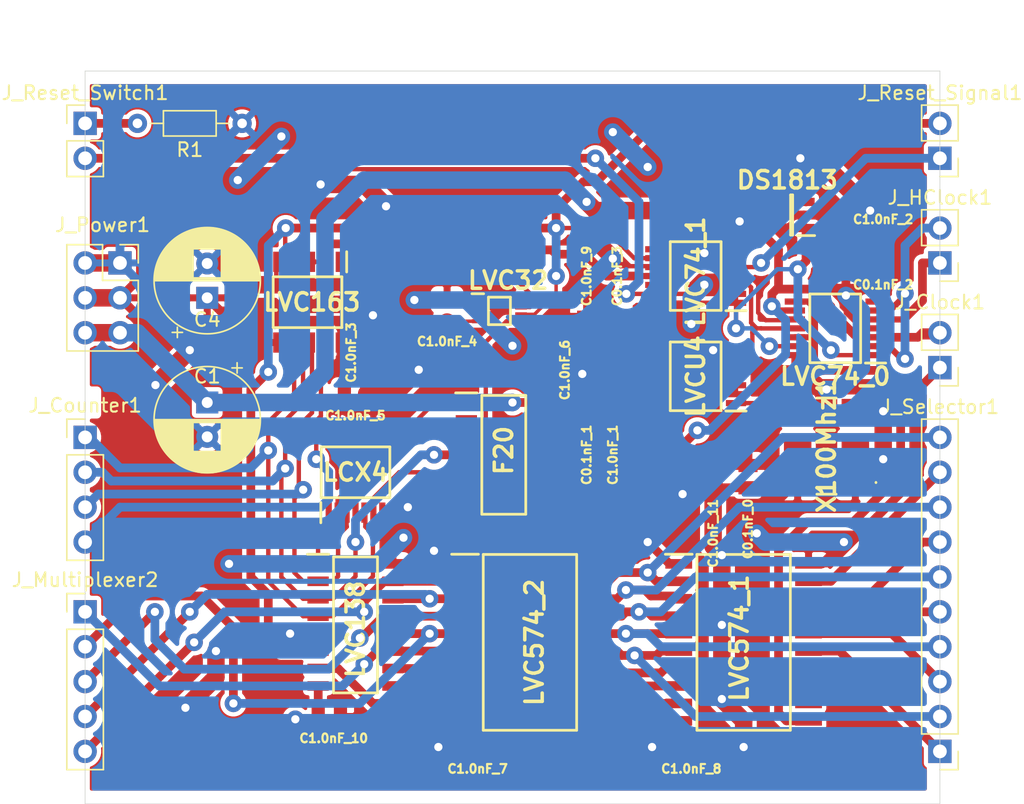
<source format=kicad_pcb>
(kicad_pcb (version 20171130) (host pcbnew "(5.1.12)-1")
  (layers (0 F.Cu signal) (31 B.Cu signal) (34 B.Paste user) (35 F.Paste user) (36 B.SilkS user) (37 F.SilkS user) (38 B.Mask user) (39 F.Mask user) (44 Edge.Cuts user))
  (net 0 "")
  (net 1 "Net-(F20-Pad11)")
  (net 2 "Net-(F20-Pad8)")
  (net 3 "Net-(F20-Pad3)")
  (net 4 /Clock_B)
  (net 5 /Clock)
  (net 6 /Reset_0)
  (net 7 "Net-(LVC32-Pad3)")
  (net 8 /M0)
  (net 9 /M1)
  (net 10 /M2)
  (net 11 /M3)
  (net 12 /M4)
  (net 13 /M5)
  (net 14 /M6)
  (net 15 /M7)
  (net 16 "Net-(LVC163-Pad15)")
  (net 17 "Net-(LVC574_1-Pad14)")
  (net 18 "Net-(LVC574_1-Pad13)")
  (net 19 "Net-(LVC574_1-Pad12)")
  (net 20 /SEL0)
  (net 21 /SEL1)
  (net 22 /SEL2)
  (net 23 /SEL3)
  (net 24 /SEL4)
  (net 25 /SEL5)
  (net 26 /SEL6)
  (net 27 /SEL7)
  (net 28 /SEL8)
  (net 29 /SEL9)
  (net 30 /AND_Out)
  (net 31 /CO2)
  (net 32 /CO3)
  (net 33 /CO1)
  (net 34 /CO0)
  (net 35 /OR_Out)
  (net 36 /D7)
  (net 37 /D6)
  (net 38 /D5)
  (net 39 "Net-(LVC74_1-Pad8)")
  (net 40 "Net-(LVC74_1-Pad6)")
  (net 41 /GND)
  (net 42 /5V)
  (net 43 /3.3V)
  (net 44 "Net-(J_Reset_Switch1-Pad1)")
  (net 45 "Net-(LCX4-Pad12)")
  (net 46 "Net-(LCX4-Pad10)")
  (net 47 "Net-(LCX4-Pad8)")
  (net 48 "Net-(X100Mhz1-Pad5)")
  (net 49 "Net-(X100Mhz1-Pad2)")
  (net 50 /RSTB)
  (net 51 /IX100)
  (net 52 /X100)
  (net 53 /ICO3)
  (net 54 /ICO1)
  (net 55 /ICO0)
  (net 56 /HClock_B)
  (net 57 /HClock)
  (net 58 "Net-(LVCU4-Pad11)")
  (net 59 "Net-(LVCU4-Pad10)")
  (net 60 "Net-(LVCU4-Pad8)")
  (net 61 "Net-(LVCU4-Pad4)")
  (net 62 "Net-(LVCU4-Pad2)")
  (net 63 /Reset_1)
  (module Connector_PinHeader_2.54mm:PinHeader_1x04_P2.54mm_Vertical (layer F.Cu) (at 74.93 102.87)
    (fp_text reference J_Counter1 (at 0 -2.33) (layer F.SilkS))
    (fp_text value Conn_01x05_Male)
    (pad 4 thru_hole oval (at 0 7.62) (size 1.7 1.7) (drill 1) (layers *.Cu *.Mask) (net 34 /CO0))
    (pad 3 thru_hole oval (at 0 5.08) (size 1.7 1.7) (drill 1) (layers *.Cu *.Mask) (net 33 /CO1))
    (pad 2 thru_hole oval (at 0 2.54) (size 1.7 1.7) (drill 1) (layers *.Cu *.Mask) (net 31 /CO2))
    (pad 1 thru_hole rect (at 0 0) (size 1.7 1.7) (drill 1) (layers *.Cu *.Mask) (net 32 /CO3))
  )
  (module Resistor_THT:R_Axial_DIN0204_L3.6mm_D1.6mm_P7.62mm_Horizontal (layer F.Cu) (at 86.36 80.01 180)
    (fp_text reference R1 (at 3.81 -1.92) (layer F.SilkS))
    (fp_text value R)
    (pad 2 thru_hole oval (at 7.62 0 180) (size 1.4 1.4) (drill 0.7) (layers *.Cu *.Mask) (net 44 "Net-(J_Reset_Switch1-Pad1)"))
    (pad 1 thru_hole circle (at 0 0 180) (size 1.4 1.4) (drill 0.7) (layers *.Cu *.Mask) (net 41 /GND))
  )
  (module Connector_PinHeader_2.54mm:PinHeader_1x05_P2.54mm_Vertical (layer F.Cu) (at 74.93 115.57)
    (fp_text reference J_Multiplexer2 (at 0 -2.33) (layer F.SilkS))
    (fp_text value Conn_01x05_Male)
    (pad 5 thru_hole oval (at 0 10.16) (size 1.7 1.7) (drill 1) (layers *.Cu *.Mask) (net 8 /M0))
    (pad 4 thru_hole oval (at 0 7.62) (size 1.7 1.7) (drill 1) (layers *.Cu *.Mask) (net 9 /M1))
    (pad 3 thru_hole oval (at 0 5.08) (size 1.7 1.7) (drill 1) (layers *.Cu *.Mask) (net 10 /M2))
    (pad 2 thru_hole oval (at 0 2.54) (size 1.7 1.7) (drill 1) (layers *.Cu *.Mask) (net 11 /M3))
    (pad 1 thru_hole rect (at 0 0) (size 1.7 1.7) (drill 1) (layers *.Cu *.Mask) (net 12 /M4))
  )
  (module SamacSys_Parts:CAPC2012X90N (layer F.Cu) (at 123.19 105.7275 270)
    (fp_text reference C0.1nF_0 (at 3.81 0 90) (layer F.SilkS) (effects (font (size 0.635 0.635) (thickness 0.15875))))
    (fp_text value 885012207027 hide)
    (pad 2 smd rect (at 0.81 0 270) (size 0.96 1.39) (layers F.Cu F.Paste F.Mask) (net 41 /GND))
    (pad 1 smd rect (at -0.81 0 270) (size 0.96 1.39) (layers F.Cu F.Paste F.Mask) (net 43 /3.3V))
  )
  (module SamacSys_Parts:CAPC2012X90N (layer F.Cu) (at 113.665 100.33 90)
    (fp_text reference C1.0nF_1 (at -3.81 -0.3175 90) (layer F.SilkS) (effects (font (size 0.635 0.635) (thickness 0.15875))))
    (fp_text value 885012207033 hide)
    (pad 2 smd rect (at 0.81 0 90) (size 0.96 1.39) (layers F.Cu F.Paste F.Mask) (net 41 /GND))
    (pad 1 smd rect (at -0.81 0 90) (size 0.96 1.39) (layers F.Cu F.Paste F.Mask) (net 43 /3.3V))
  )
  (module Capacitor_THT:CP_Radial_D7.5mm_P2.50mm (layer F.Cu) (at 83.82 100.33 270)
    (fp_text reference C1 (at -1.905 0 180) (layer F.SilkS))
    (fp_text value CP1000uF)
    (pad 2 thru_hole circle (at 2.5 0 270) (size 1.6 1.6) (drill 0.8) (layers *.Cu *.Mask) (net 41 /GND))
    (pad 1 thru_hole rect (at 0 0 270) (size 1.6 1.6) (drill 0.8) (layers *.Cu *.Mask) (net 42 /5V))
  )
  (module SamacSys_Parts:CAPC2012X90N (layer F.Cu) (at 111.4425 100.33 90)
    (fp_text reference C0.1nF_1 (at -3.81 0 90) (layer F.SilkS) (effects (font (size 0.635 0.635) (thickness 0.15875))))
    (fp_text value 885012207027 hide)
    (pad 2 smd rect (at 0.81 0 90) (size 0.96 1.39) (layers F.Cu F.Paste F.Mask) (net 41 /GND))
    (pad 1 smd rect (at -0.81 0 90) (size 0.96 1.39) (layers F.Cu F.Paste F.Mask) (net 43 /3.3V))
  )
  (module Capacitor_THT:CP_Radial_D7.5mm_P2.50mm (layer F.Cu) (at 83.82 92.71 90)
    (fp_text reference C4 (at -1.5875 0 180) (layer F.SilkS))
    (fp_text value CP1000uF)
    (pad 2 thru_hole circle (at 2.5 0 90) (size 1.6 1.6) (drill 0.8) (layers *.Cu *.Mask) (net 41 /GND))
    (pad 1 thru_hole rect (at 0 0 90) (size 1.6 1.6) (drill 0.8) (layers *.Cu *.Mask) (net 43 /3.3V))
  )
  (module SamacSys_Parts:SOP65P640X120-14N (layer F.Cu) (at 94.615 105.41 90)
    (fp_text reference LCX4 (at 0 0 180) (layer F.SilkS) (effects (font (size 1.27 1.27) (thickness 0.254))))
    (fp_text value 74LCX04FT_AE_ hide)
    (pad 14 smd rect (at 2.938 -1.95 180) (size 0.45 1.475) (layers F.Cu F.Paste F.Mask) (net 43 /3.3V))
    (pad 13 smd rect (at 2.938 -1.3 180) (size 0.45 1.475) (layers F.Cu F.Paste F.Mask) (net 43 /3.3V))
    (pad 12 smd rect (at 2.938 -0.65 180) (size 0.45 1.475) (layers F.Cu F.Paste F.Mask) (net 45 "Net-(LCX4-Pad12)"))
    (pad 11 smd rect (at 2.938 0 180) (size 0.45 1.475) (layers F.Cu F.Paste F.Mask) (net 43 /3.3V))
    (pad 10 smd rect (at 2.938 0.65 180) (size 0.45 1.475) (layers F.Cu F.Paste F.Mask) (net 46 "Net-(LCX4-Pad10)"))
    (pad 9 smd rect (at 2.938 1.3 180) (size 0.45 1.475) (layers F.Cu F.Paste F.Mask) (net 43 /3.3V))
    (pad 8 smd rect (at 2.938 1.95 180) (size 0.45 1.475) (layers F.Cu F.Paste F.Mask) (net 47 "Net-(LCX4-Pad8)"))
    (pad 7 smd rect (at -2.938 1.95 180) (size 0.45 1.475) (layers F.Cu F.Paste F.Mask) (net 41 /GND))
    (pad 6 smd rect (at -2.938 1.3 180) (size 0.45 1.475) (layers F.Cu F.Paste F.Mask) (net 53 /ICO3))
    (pad 5 smd rect (at -2.938 0.65 180) (size 0.45 1.475) (layers F.Cu F.Paste F.Mask) (net 32 /CO3))
    (pad 4 smd rect (at -2.938 0 180) (size 0.45 1.475) (layers F.Cu F.Paste F.Mask) (net 54 /ICO1))
    (pad 3 smd rect (at -2.938 -0.65 180) (size 0.45 1.475) (layers F.Cu F.Paste F.Mask) (net 33 /CO1))
    (pad 2 smd rect (at -2.938 -1.3 180) (size 0.45 1.475) (layers F.Cu F.Paste F.Mask) (net 55 /ICO0))
    (pad 1 smd rect (at -2.938 -1.95 180) (size 0.45 1.475) (layers F.Cu F.Paste F.Mask) (net 34 /CO0))
  )
  (module SamacSys_Parts:XLH735100000000I (layer F.Cu) (at 128.905 103.505 90)
    (fp_text reference X100Mhz1 (at 0 0 270) (layer F.SilkS) (effects (font (size 1.27 1.27) (thickness 0.254))))
    (fp_text value XLH735100.000000I hide)
    (pad 6 smd rect (at -2.54 -2.1 90) (size 1.8 2) (layers F.Cu F.Paste F.Mask) (net 43 /3.3V))
    (pad 5 smd rect (at 0 -2.1 90) (size 1.8 2) (layers F.Cu F.Paste F.Mask) (net 48 "Net-(X100Mhz1-Pad5)"))
    (pad 4 smd rect (at 2.54 -2.1 90) (size 1.8 2) (layers F.Cu F.Paste F.Mask) (net 52 /X100))
    (pad 3 smd rect (at 2.54 2.1 90) (size 1.8 2) (layers F.Cu F.Paste F.Mask) (net 41 /GND))
    (pad 2 smd rect (at 0 2.1 90) (size 1.8 2) (layers F.Cu F.Paste F.Mask) (net 49 "Net-(X100Mhz1-Pad2)"))
    (pad 1 smd rect (at -2.54 2.1 90) (size 1.8 2) (layers F.Cu F.Paste F.Mask) (net 43 /3.3V))
  )
  (module SamacSys_Parts:SOIC127P600X175-16N (layer F.Cu) (at 94.615 116.5225)
    (fp_text reference LVC138 (at 0 0.3175 270) (layer F.SilkS) (effects (font (size 1.27 1.27) (thickness 0.254))))
    (fp_text value 74LVC138AD-Q100J hide)
    (pad 16 smd rect (at 2.725 -4.445 90) (size 0.7 1.55) (layers F.Cu F.Paste F.Mask) (net 43 /3.3V))
    (pad 15 smd rect (at 2.725 -3.175 90) (size 0.7 1.55) (layers F.Cu F.Paste F.Mask) (net 8 /M0))
    (pad 14 smd rect (at 2.725 -1.905 90) (size 0.7 1.55) (layers F.Cu F.Paste F.Mask) (net 9 /M1))
    (pad 13 smd rect (at 2.725 -0.635 90) (size 0.7 1.55) (layers F.Cu F.Paste F.Mask) (net 10 /M2))
    (pad 12 smd rect (at 2.725 0.635 90) (size 0.7 1.55) (layers F.Cu F.Paste F.Mask) (net 11 /M3))
    (pad 11 smd rect (at 2.725 1.905 90) (size 0.7 1.55) (layers F.Cu F.Paste F.Mask) (net 12 /M4))
    (pad 10 smd rect (at 2.725 3.175 90) (size 0.7 1.55) (layers F.Cu F.Paste F.Mask) (net 13 /M5))
    (pad 9 smd rect (at 2.725 4.445 90) (size 0.7 1.55) (layers F.Cu F.Paste F.Mask) (net 14 /M6))
    (pad 8 smd rect (at -2.725 4.445 90) (size 0.7 1.55) (layers F.Cu F.Paste F.Mask) (net 41 /GND))
    (pad 7 smd rect (at -2.725 3.175 90) (size 0.7 1.55) (layers F.Cu F.Paste F.Mask) (net 15 /M7))
    (pad 6 smd rect (at -2.725 1.905 90) (size 0.7 1.55) (layers F.Cu F.Paste F.Mask) (net 63 /Reset_1))
    (pad 5 smd rect (at -2.725 0.635 90) (size 0.7 1.55) (layers F.Cu F.Paste F.Mask) (net 41 /GND))
    (pad 4 smd rect (at -2.725 -0.635 90) (size 0.7 1.55) (layers F.Cu F.Paste F.Mask) (net 32 /CO3))
    (pad 3 smd rect (at -2.725 -1.905 90) (size 0.7 1.55) (layers F.Cu F.Paste F.Mask) (net 31 /CO2))
    (pad 2 smd rect (at -2.725 -3.175 90) (size 0.7 1.55) (layers F.Cu F.Paste F.Mask) (net 33 /CO1))
    (pad 1 smd rect (at -2.725 -4.445 90) (size 0.7 1.55) (layers F.Cu F.Paste F.Mask) (net 34 /CO0))
  )
  (module SamacSys_Parts:CAPC2012X90N (layer F.Cu) (at 111.4425 94.9325 270)
    (fp_text reference C0.1nF_3 (at -3.81 -2.2225 270) (layer F.SilkS) (effects (font (size 0.635 0.635) (thickness 0.15875))))
    (fp_text value 885012207027 hide)
    (pad 2 smd rect (at 0.81 0 270) (size 0.96 1.39) (layers F.Cu F.Paste F.Mask) (net 41 /GND))
    (pad 1 smd rect (at -0.81 0 270) (size 0.96 1.39) (layers F.Cu F.Paste F.Mask) (net 43 /3.3V))
  )
  (module SamacSys_Parts:SOP65P640X110-14N (layer F.Cu) (at 129.54 94.9325 180)
    (fp_text reference LVC74_0 (at 0 -3.4925) (layer F.SilkS) (effects (font (size 1.27 1.27) (thickness 0.254))))
    (fp_text value 74LVC74APW,118 hide)
    (pad 14 smd rect (at 2.938 -1.95 270) (size 0.45 1.475) (layers F.Cu F.Paste F.Mask) (net 43 /3.3V))
    (pad 13 smd rect (at 2.938 -1.3 270) (size 0.45 1.475) (layers F.Cu F.Paste F.Mask) (net 50 /RSTB))
    (pad 12 smd rect (at 2.938 -0.65 270) (size 0.45 1.475) (layers F.Cu F.Paste F.Mask) (net 4 /Clock_B))
    (pad 11 smd rect (at 2.938 0 270) (size 0.45 1.475) (layers F.Cu F.Paste F.Mask) (net 51 /IX100))
    (pad 10 smd rect (at 2.938 0.65 270) (size 0.45 1.475) (layers F.Cu F.Paste F.Mask) (net 43 /3.3V))
    (pad 9 smd rect (at 2.938 1.3 270) (size 0.45 1.475) (layers F.Cu F.Paste F.Mask) (net 5 /Clock))
    (pad 8 smd rect (at 2.938 1.95 270) (size 0.45 1.475) (layers F.Cu F.Paste F.Mask) (net 4 /Clock_B))
    (pad 7 smd rect (at -2.938 1.95 270) (size 0.45 1.475) (layers F.Cu F.Paste F.Mask) (net 41 /GND))
    (pad 6 smd rect (at -2.938 1.3 270) (size 0.45 1.475) (layers F.Cu F.Paste F.Mask) (net 56 /HClock_B))
    (pad 5 smd rect (at -2.938 0.65 270) (size 0.45 1.475) (layers F.Cu F.Paste F.Mask) (net 57 /HClock))
    (pad 4 smd rect (at -2.938 0 270) (size 0.45 1.475) (layers F.Cu F.Paste F.Mask) (net 43 /3.3V))
    (pad 3 smd rect (at -2.938 -0.65 270) (size 0.45 1.475) (layers F.Cu F.Paste F.Mask) (net 5 /Clock))
    (pad 2 smd rect (at -2.938 -1.3 270) (size 0.45 1.475) (layers F.Cu F.Paste F.Mask) (net 56 /HClock_B))
    (pad 1 smd rect (at -2.938 -1.95 270) (size 0.45 1.475) (layers F.Cu F.Paste F.Mask) (net 50 /RSTB))
  )
  (module Connector_PinHeader_2.54mm:PinHeader_1x02_P2.54mm_Vertical (layer F.Cu) (at 137.16 97.79 180)
    (fp_text reference J_Clock1 (at 0 4.7625) (layer F.SilkS))
    (fp_text value Conn_01x02_Male)
    (pad 2 thru_hole oval (at 0 2.54 180) (size 1.7 1.7) (drill 1) (layers *.Cu *.Mask) (net 5 /Clock))
    (pad 1 thru_hole rect (at 0 0 180) (size 1.7 1.7) (drill 1) (layers *.Cu *.Mask) (net 4 /Clock_B))
  )
  (module SamacSys_Parts:CAPC2012X90N (layer F.Cu) (at 120.65 105.7275 270)
    (fp_text reference C1.0nF_11 (at 4.1275 0 270) (layer F.SilkS) (effects (font (size 0.635 0.635) (thickness 0.15875))))
    (fp_text value 885012207033 hide)
    (pad 2 smd rect (at 0.81 0 270) (size 0.96 1.39) (layers F.Cu F.Paste F.Mask) (net 41 /GND))
    (pad 1 smd rect (at -0.81 0 270) (size 0.96 1.39) (layers F.Cu F.Paste F.Mask) (net 43 /3.3V))
  )
  (module Connector_PinSocket_2.54mm:PinSocket_2x03_P2.54mm_Vertical (layer F.Cu) (at 77.47 90.17)
    (fp_text reference J_Power1 (at -1.27 -2.77) (layer F.SilkS))
    (fp_text value Conn_02x03)
    (pad 6 thru_hole oval (at -2.54 5.08) (size 1.7 1.7) (drill 1) (layers *.Cu *.Mask) (net 42 /5V))
    (pad 5 thru_hole oval (at 0 5.08) (size 1.7 1.7) (drill 1) (layers *.Cu *.Mask) (net 42 /5V))
    (pad 4 thru_hole oval (at -2.54 2.54) (size 1.7 1.7) (drill 1) (layers *.Cu *.Mask) (net 43 /3.3V))
    (pad 3 thru_hole oval (at 0 2.54) (size 1.7 1.7) (drill 1) (layers *.Cu *.Mask) (net 43 /3.3V))
    (pad 2 thru_hole oval (at -2.54 0) (size 1.7 1.7) (drill 1) (layers *.Cu *.Mask) (net 41 /GND))
    (pad 1 thru_hole rect (at 0 0) (size 1.7 1.7) (drill 1) (layers *.Cu *.Mask) (net 41 /GND))
  )
  (module Connector_PinHeader_2.54mm:PinHeader_1x10_P2.54mm_Vertical (layer F.Cu) (at 137.16 125.73 180)
    (fp_text reference J_Selector1 (at 0 25.0825) (layer F.SilkS))
    (fp_text value Conn_01x10_Male)
    (pad 10 thru_hole oval (at 0 22.86 180) (size 1.7 1.7) (drill 1) (layers *.Cu *.Mask) (net 20 /SEL0))
    (pad 9 thru_hole oval (at 0 20.32 180) (size 1.7 1.7) (drill 1) (layers *.Cu *.Mask) (net 21 /SEL1))
    (pad 8 thru_hole oval (at 0 17.78 180) (size 1.7 1.7) (drill 1) (layers *.Cu *.Mask) (net 22 /SEL2))
    (pad 7 thru_hole oval (at 0 15.24 180) (size 1.7 1.7) (drill 1) (layers *.Cu *.Mask) (net 23 /SEL3))
    (pad 6 thru_hole oval (at 0 12.7 180) (size 1.7 1.7) (drill 1) (layers *.Cu *.Mask) (net 24 /SEL4))
    (pad 5 thru_hole oval (at 0 10.16 180) (size 1.7 1.7) (drill 1) (layers *.Cu *.Mask) (net 25 /SEL5))
    (pad 4 thru_hole oval (at 0 7.62 180) (size 1.7 1.7) (drill 1) (layers *.Cu *.Mask) (net 26 /SEL6))
    (pad 3 thru_hole oval (at 0 5.08 180) (size 1.7 1.7) (drill 1) (layers *.Cu *.Mask) (net 27 /SEL7))
    (pad 2 thru_hole oval (at 0 2.54 180) (size 1.7 1.7) (drill 1) (layers *.Cu *.Mask) (net 28 /SEL8))
    (pad 1 thru_hole rect (at 0 0 180) (size 1.7 1.7) (drill 1) (layers *.Cu *.Mask) (net 29 /SEL9))
  )
  (module Connector_PinHeader_2.54mm:PinHeader_1x02_P2.54mm_Vertical (layer F.Cu) (at 137.16 82.55 180)
    (fp_text reference J_Reset_Signal1 (at 0 4.7625) (layer F.SilkS))
    (fp_text value Conn_01x02_Male)
    (pad 2 thru_hole oval (at 0 2.54 180) (size 1.7 1.7) (drill 1) (layers *.Cu *.Mask) (net 63 /Reset_1))
    (pad 1 thru_hole rect (at 0 0 180) (size 1.7 1.7) (drill 1) (layers *.Cu *.Mask) (net 6 /Reset_0))
  )
  (module Connector_PinHeader_2.54mm:PinHeader_1x02_P2.54mm_Vertical (layer F.Cu) (at 74.93 80.01)
    (fp_text reference J_Reset_Switch1 (at 0 -2.2225) (layer F.SilkS))
    (fp_text value Conn_01x02_Male)
    (pad 2 thru_hole oval (at 0 2.54) (size 1.7 1.7) (drill 1) (layers *.Cu *.Mask) (net 50 /RSTB))
    (pad 1 thru_hole rect (at 0 0) (size 1.7 1.7) (drill 1) (layers *.Cu *.Mask) (net 44 "Net-(J_Reset_Switch1-Pad1)"))
  )
  (module SamacSys_Parts:SOIC127P1032X265-20N (layer F.Cu) (at 122.8725 117.7925)
    (fp_text reference LVC574_1 (at -0.3175 -0.3175 90) (layer F.SilkS) (effects (font (size 1.27 1.27) (thickness 0.254))))
    (fp_text value 74LVC574AD,118 hide)
    (pad 20 smd rect (at 4.725 -5.715 90) (size 0.7 1.95) (layers F.Cu F.Paste F.Mask) (net 43 /3.3V))
    (pad 19 smd rect (at 4.725 -4.445 90) (size 0.7 1.95) (layers F.Cu F.Paste F.Mask) (net 21 /SEL1))
    (pad 18 smd rect (at 4.725 -3.175 90) (size 0.7 1.95) (layers F.Cu F.Paste F.Mask) (net 23 /SEL3))
    (pad 17 smd rect (at 4.725 -1.905 90) (size 0.7 1.95) (layers F.Cu F.Paste F.Mask) (net 25 /SEL5))
    (pad 16 smd rect (at 4.725 -0.635 90) (size 0.7 1.95) (layers F.Cu F.Paste F.Mask) (net 27 /SEL7))
    (pad 15 smd rect (at 4.725 0.635 90) (size 0.7 1.95) (layers F.Cu F.Paste F.Mask) (net 29 /SEL9))
    (pad 14 smd rect (at 4.725 1.905 90) (size 0.7 1.95) (layers F.Cu F.Paste F.Mask) (net 17 "Net-(LVC574_1-Pad14)"))
    (pad 13 smd rect (at 4.725 3.175 90) (size 0.7 1.95) (layers F.Cu F.Paste F.Mask) (net 18 "Net-(LVC574_1-Pad13)"))
    (pad 12 smd rect (at 4.725 4.445 90) (size 0.7 1.95) (layers F.Cu F.Paste F.Mask) (net 19 "Net-(LVC574_1-Pad12)"))
    (pad 11 smd rect (at 4.725 5.715 90) (size 0.7 1.95) (layers F.Cu F.Paste F.Mask) (net 4 /Clock_B))
    (pad 10 smd rect (at -4.725 5.715 90) (size 0.7 1.95) (layers F.Cu F.Paste F.Mask) (net 41 /GND))
    (pad 9 smd rect (at -4.725 4.445 90) (size 0.7 1.95) (layers F.Cu F.Paste F.Mask) (net 36 /D7))
    (pad 8 smd rect (at -4.725 3.175 90) (size 0.7 1.95) (layers F.Cu F.Paste F.Mask) (net 37 /D6))
    (pad 7 smd rect (at -4.725 1.905 90) (size 0.7 1.95) (layers F.Cu F.Paste F.Mask) (net 38 /D5))
    (pad 6 smd rect (at -4.725 0.635 90) (size 0.7 1.95) (layers F.Cu F.Paste F.Mask) (net 28 /SEL8))
    (pad 5 smd rect (at -4.725 -0.635 90) (size 0.7 1.95) (layers F.Cu F.Paste F.Mask) (net 26 /SEL6))
    (pad 4 smd rect (at -4.725 -1.905 90) (size 0.7 1.95) (layers F.Cu F.Paste F.Mask) (net 24 /SEL4))
    (pad 3 smd rect (at -4.725 -3.175 90) (size 0.7 1.95) (layers F.Cu F.Paste F.Mask) (net 22 /SEL2))
    (pad 2 smd rect (at -4.725 -4.445 90) (size 0.7 1.95) (layers F.Cu F.Paste F.Mask) (net 20 /SEL0))
    (pad 1 smd rect (at -4.725 -5.715 90) (size 0.7 1.95) (layers F.Cu F.Paste F.Mask) (net 41 /GND))
  )
  (module SamacSys_Parts:SOP65P640X110-14N (layer F.Cu) (at 119.38 91.1225 180)
    (fp_text reference LVC74_1 (at 0 0.3175 90) (layer F.SilkS) (effects (font (size 1.27 1.27) (thickness 0.254))))
    (fp_text value 74LVC74APW,118 hide)
    (pad 14 smd rect (at 2.938 -1.95 270) (size 0.45 1.475) (layers F.Cu F.Paste F.Mask) (net 43 /3.3V))
    (pad 13 smd rect (at 2.938 -1.3 270) (size 0.45 1.475) (layers F.Cu F.Paste F.Mask) (net 50 /RSTB))
    (pad 12 smd rect (at 2.938 -0.65 270) (size 0.45 1.475) (layers F.Cu F.Paste F.Mask) (net 6 /Reset_0))
    (pad 11 smd rect (at 2.938 0 270) (size 0.45 1.475) (layers F.Cu F.Paste F.Mask) (net 5 /Clock))
    (pad 10 smd rect (at 2.938 0.65 270) (size 0.45 1.475) (layers F.Cu F.Paste F.Mask) (net 43 /3.3V))
    (pad 9 smd rect (at 2.938 1.3 270) (size 0.45 1.475) (layers F.Cu F.Paste F.Mask) (net 63 /Reset_1))
    (pad 8 smd rect (at 2.938 1.95 270) (size 0.45 1.475) (layers F.Cu F.Paste F.Mask) (net 39 "Net-(LVC74_1-Pad8)"))
    (pad 7 smd rect (at -2.938 1.95 270) (size 0.45 1.475) (layers F.Cu F.Paste F.Mask) (net 41 /GND))
    (pad 6 smd rect (at -2.938 1.3 270) (size 0.45 1.475) (layers F.Cu F.Paste F.Mask) (net 40 "Net-(LVC74_1-Pad6)"))
    (pad 5 smd rect (at -2.938 0.65 270) (size 0.45 1.475) (layers F.Cu F.Paste F.Mask) (net 6 /Reset_0))
    (pad 4 smd rect (at -2.938 0 270) (size 0.45 1.475) (layers F.Cu F.Paste F.Mask) (net 43 /3.3V))
    (pad 3 smd rect (at -2.938 -0.65 270) (size 0.45 1.475) (layers F.Cu F.Paste F.Mask) (net 51 /IX100))
    (pad 2 smd rect (at -2.938 -1.3 270) (size 0.45 1.475) (layers F.Cu F.Paste F.Mask) (net 50 /RSTB))
    (pad 1 smd rect (at -2.938 -1.95 270) (size 0.45 1.475) (layers F.Cu F.Paste F.Mask) (net 50 /RSTB))
  )
  (module SamacSys_Parts:CAPC2012X90N (layer F.Cu) (at 94.615 99.695)
    (fp_text reference C1.0nF_5 (at 0 1.5875) (layer F.SilkS) (effects (font (size 0.635 0.635) (thickness 0.15875))))
    (fp_text value 885012207033 hide)
    (pad 2 smd rect (at 0.81 0) (size 0.96 1.39) (layers F.Cu F.Paste F.Mask) (net 41 /GND))
    (pad 1 smd rect (at -0.81 0) (size 0.96 1.39) (layers F.Cu F.Paste F.Mask) (net 43 /3.3V))
  )
  (module SamacSys_Parts:SOIC127P1032X265-20N (layer F.Cu) (at 107.315 117.7925)
    (fp_text reference LVC574_2 (at 0.3175 0 90) (layer F.SilkS) (effects (font (size 1.27 1.27) (thickness 0.254))))
    (fp_text value 74LVC574AD,118 hide)
    (pad 20 smd rect (at 4.725 -5.715 90) (size 0.7 1.95) (layers F.Cu F.Paste F.Mask) (net 43 /3.3V))
    (pad 19 smd rect (at 4.725 -4.445 90) (size 0.7 1.95) (layers F.Cu F.Paste F.Mask) (net 20 /SEL0))
    (pad 18 smd rect (at 4.725 -3.175 90) (size 0.7 1.95) (layers F.Cu F.Paste F.Mask) (net 22 /SEL2))
    (pad 17 smd rect (at 4.725 -1.905 90) (size 0.7 1.95) (layers F.Cu F.Paste F.Mask) (net 24 /SEL4))
    (pad 16 smd rect (at 4.725 -0.635 90) (size 0.7 1.95) (layers F.Cu F.Paste F.Mask) (net 26 /SEL6))
    (pad 15 smd rect (at 4.725 0.635 90) (size 0.7 1.95) (layers F.Cu F.Paste F.Mask) (net 28 /SEL8))
    (pad 14 smd rect (at 4.725 1.905 90) (size 0.7 1.95) (layers F.Cu F.Paste F.Mask) (net 38 /D5))
    (pad 13 smd rect (at 4.725 3.175 90) (size 0.7 1.95) (layers F.Cu F.Paste F.Mask) (net 37 /D6))
    (pad 12 smd rect (at 4.725 4.445 90) (size 0.7 1.95) (layers F.Cu F.Paste F.Mask) (net 36 /D7))
    (pad 11 smd rect (at 4.725 5.715 90) (size 0.7 1.95) (layers F.Cu F.Paste F.Mask) (net 5 /Clock))
    (pad 10 smd rect (at -4.725 5.715 90) (size 0.7 1.95) (layers F.Cu F.Paste F.Mask) (net 41 /GND))
    (pad 9 smd rect (at -4.725 4.445 90) (size 0.7 1.95) (layers F.Cu F.Paste F.Mask) (net 15 /M7))
    (pad 8 smd rect (at -4.725 3.175 90) (size 0.7 1.95) (layers F.Cu F.Paste F.Mask) (net 14 /M6))
    (pad 7 smd rect (at -4.725 1.905 90) (size 0.7 1.95) (layers F.Cu F.Paste F.Mask) (net 13 /M5))
    (pad 6 smd rect (at -4.725 0.635 90) (size 0.7 1.95) (layers F.Cu F.Paste F.Mask) (net 12 /M4))
    (pad 5 smd rect (at -4.725 -0.635 90) (size 0.7 1.95) (layers F.Cu F.Paste F.Mask) (net 11 /M3))
    (pad 4 smd rect (at -4.725 -1.905 90) (size 0.7 1.95) (layers F.Cu F.Paste F.Mask) (net 10 /M2))
    (pad 3 smd rect (at -4.725 -3.175 90) (size 0.7 1.95) (layers F.Cu F.Paste F.Mask) (net 9 /M1))
    (pad 2 smd rect (at -4.725 -4.445 90) (size 0.7 1.95) (layers F.Cu F.Paste F.Mask) (net 8 /M0))
    (pad 1 smd rect (at -4.725 -5.715 90) (size 0.7 1.95) (layers F.Cu F.Paste F.Mask) (net 41 /GND))
  )
  (module SamacSys_Parts:SOP65P640X110-16N (layer F.Cu) (at 91.1225 93.0275 270)
    (fp_text reference LVC163 (at 0 -0.3175 180) (layer F.SilkS) (effects (font (size 1.27 1.27) (thickness 0.254))))
    (fp_text value 74LVC163PW,118 hide)
    (pad 16 smd rect (at 2.938 -2.275) (size 0.45 1.475) (layers F.Cu F.Paste F.Mask) (net 43 /3.3V))
    (pad 15 smd rect (at 2.938 -1.625) (size 0.45 1.475) (layers F.Cu F.Paste F.Mask) (net 16 "Net-(LVC163-Pad15)"))
    (pad 14 smd rect (at 2.938 -0.975) (size 0.45 1.475) (layers F.Cu F.Paste F.Mask) (net 34 /CO0))
    (pad 13 smd rect (at 2.938 -0.325) (size 0.45 1.475) (layers F.Cu F.Paste F.Mask) (net 33 /CO1))
    (pad 12 smd rect (at 2.938 0.325) (size 0.45 1.475) (layers F.Cu F.Paste F.Mask) (net 31 /CO2))
    (pad 11 smd rect (at 2.938 0.975) (size 0.45 1.475) (layers F.Cu F.Paste F.Mask) (net 32 /CO3))
    (pad 10 smd rect (at 2.938 1.625) (size 0.45 1.475) (layers F.Cu F.Paste F.Mask) (net 43 /3.3V))
    (pad 9 smd rect (at 2.938 2.275) (size 0.45 1.475) (layers F.Cu F.Paste F.Mask) (net 43 /3.3V))
    (pad 8 smd rect (at -2.938 2.275) (size 0.45 1.475) (layers F.Cu F.Paste F.Mask) (net 41 /GND))
    (pad 7 smd rect (at -2.938 1.625) (size 0.45 1.475) (layers F.Cu F.Paste F.Mask) (net 63 /Reset_1))
    (pad 6 smd rect (at -2.938 0.975) (size 0.45 1.475) (layers F.Cu F.Paste F.Mask) (net 43 /3.3V))
    (pad 5 smd rect (at -2.938 0.325) (size 0.45 1.475) (layers F.Cu F.Paste F.Mask) (net 43 /3.3V))
    (pad 4 smd rect (at -2.938 -0.325) (size 0.45 1.475) (layers F.Cu F.Paste F.Mask) (net 43 /3.3V))
    (pad 3 smd rect (at -2.938 -0.975) (size 0.45 1.475) (layers F.Cu F.Paste F.Mask) (net 43 /3.3V))
    (pad 2 smd rect (at -2.938 -1.625) (size 0.45 1.475) (layers F.Cu F.Paste F.Mask) (net 5 /Clock))
    (pad 1 smd rect (at -2.938 -2.275) (size 0.45 1.475) (layers F.Cu F.Paste F.Mask) (net 35 /OR_Out))
  )
  (module SamacSys_Parts:CAPC2012X90N (layer F.Cu) (at 95.885 96.3775 90)
    (fp_text reference C1.0nF_3 (at -0.3175 -1.5875 90) (layer F.SilkS) (effects (font (size 0.635 0.635) (thickness 0.15875))))
    (fp_text value 885012207033 hide)
    (pad 2 smd rect (at 0.81 0 90) (size 0.96 1.39) (layers F.Cu F.Paste F.Mask) (net 41 /GND))
    (pad 1 smd rect (at -0.81 0 90) (size 0.96 1.39) (layers F.Cu F.Paste F.Mask) (net 43 /3.3V))
  )
  (module Connector_PinHeader_2.54mm:PinHeader_1x02_P2.54mm_Vertical (layer F.Cu) (at 137.16 90.17 180)
    (fp_text reference J_HClock1 (at 0 4.7625) (layer F.SilkS))
    (fp_text value Conn_01x02_Male)
    (pad 2 thru_hole oval (at 0 2.54 180) (size 1.7 1.7) (drill 1) (layers *.Cu *.Mask) (net 56 /HClock_B))
    (pad 1 thru_hole rect (at 0 0 180) (size 1.7 1.7) (drill 1) (layers *.Cu *.Mask) (net 57 /HClock))
  )
  (module SamacSys_Parts:CAPC2012X90N (layer F.Cu) (at 131.1275 88.265)
    (fp_text reference C1.0nF_2 (at 1.905 -1.27) (layer F.SilkS) (effects (font (size 0.635 0.635) (thickness 0.15875))))
    (fp_text value 885012207033 hide)
    (pad 2 smd rect (at 0.81 0) (size 0.96 1.39) (layers F.Cu F.Paste F.Mask) (net 41 /GND))
    (pad 1 smd rect (at -0.81 0) (size 0.96 1.39) (layers F.Cu F.Paste F.Mask) (net 43 /3.3V))
  )
  (module SamacSys_Parts:SOP50P310X100-8N (layer F.Cu) (at 105.0925 93.6625)
    (fp_text reference LVC32 (at 0.635 -2.2225) (layer F.SilkS) (effects (font (size 1.27 1.27) (thickness 0.254))))
    (fp_text value 74LVC2G32DC-Q100H hide)
    (pad 8 smd rect (at 1.575 -0.75 90) (size 0.3 0.85) (layers F.Cu F.Paste F.Mask) (net 43 /3.3V))
    (pad 7 smd rect (at 1.575 -0.25 90) (size 0.3 0.85) (layers F.Cu F.Paste F.Mask) (net 35 /OR_Out))
    (pad 6 smd rect (at 1.575 0.25 90) (size 0.3 0.85) (layers F.Cu F.Paste F.Mask) (net 63 /Reset_1))
    (pad 5 smd rect (at 1.575 0.75 90) (size 0.3 0.85) (layers F.Cu F.Paste F.Mask) (net 30 /AND_Out))
    (pad 4 smd rect (at -1.575 0.75 90) (size 0.3 0.85) (layers F.Cu F.Paste F.Mask) (net 41 /GND))
    (pad 3 smd rect (at -1.575 0.25 90) (size 0.3 0.85) (layers F.Cu F.Paste F.Mask) (net 7 "Net-(LVC32-Pad3)"))
    (pad 2 smd rect (at -1.575 -0.25 90) (size 0.3 0.85) (layers F.Cu F.Paste F.Mask) (net 43 /3.3V))
    (pad 1 smd rect (at -1.575 -0.75 90) (size 0.3 0.85) (layers F.Cu F.Paste F.Mask) (net 43 /3.3V))
  )
  (module SamacSys_Parts:CAPC2012X90N (layer F.Cu) (at 92.71 123.19 180)
    (fp_text reference C1.0nF_10 (at -0.3175 -1.5875) (layer F.SilkS) (effects (font (size 0.635 0.635) (thickness 0.15875))))
    (fp_text value 885012207033 hide)
    (pad 2 smd rect (at 0.81 0 180) (size 0.96 1.39) (layers F.Cu F.Paste F.Mask) (net 41 /GND))
    (pad 1 smd rect (at -0.81 0 180) (size 0.96 1.39) (layers F.Cu F.Paste F.Mask) (net 43 /3.3V))
  )
  (module SamacSys_Parts:CAPC2012X90N (layer F.Cu) (at 101.2825 93.6625 270)
    (fp_text reference C1.0nF_4 (at 2.2225 0 180) (layer F.SilkS) (effects (font (size 0.635 0.635) (thickness 0.15875))))
    (fp_text value 885012207033 hide)
    (pad 2 smd rect (at 0.81 0 270) (size 0.96 1.39) (layers F.Cu F.Paste F.Mask) (net 41 /GND))
    (pad 1 smd rect (at -0.81 0 270) (size 0.96 1.39) (layers F.Cu F.Paste F.Mask) (net 43 /3.3V))
  )
  (module SamacSys_Parts:CAPC2012X90N (layer F.Cu) (at 108.2675 97.6475 90)
    (fp_text reference C1.0nF_6 (at -0.3175 1.5875 90) (layer F.SilkS) (effects (font (size 0.635 0.635) (thickness 0.15875))))
    (fp_text value 885012207033 hide)
    (pad 2 smd rect (at 0.81 0 90) (size 0.96 1.39) (layers F.Cu F.Paste F.Mask) (net 41 /GND))
    (pad 1 smd rect (at -0.81 0 90) (size 0.96 1.39) (layers F.Cu F.Paste F.Mask) (net 42 /5V))
  )
  (module SamacSys_Parts:CAPC2012X90N (layer F.Cu) (at 103.505 125.4125 180)
    (fp_text reference C1.0nF_7 (at 0 -1.5875) (layer F.SilkS) (effects (font (size 0.635 0.635) (thickness 0.15875))))
    (fp_text value 885012207033 hide)
    (pad 2 smd rect (at 0.81 0 180) (size 0.96 1.39) (layers F.Cu F.Paste F.Mask) (net 41 /GND))
    (pad 1 smd rect (at -0.81 0 180) (size 0.96 1.39) (layers F.Cu F.Paste F.Mask) (net 43 /3.3V))
  )
  (module SamacSys_Parts:CAPC2012X90N (layer F.Cu) (at 119.0625 125.4125 180)
    (fp_text reference C1.0nF_8 (at 0 -1.5875) (layer F.SilkS) (effects (font (size 0.635 0.635) (thickness 0.15875))))
    (fp_text value 885012207033 hide)
    (pad 2 smd rect (at 0.81 0 180) (size 0.96 1.39) (layers F.Cu F.Paste F.Mask) (net 41 /GND))
    (pad 1 smd rect (at -0.81 0 180) (size 0.96 1.39) (layers F.Cu F.Paste F.Mask) (net 43 /3.3V))
  )
  (module SamacSys_Parts:CAPC2012X90N (layer F.Cu) (at 131.1275 90.4875)
    (fp_text reference C0.1nF_2 (at 1.905 1.27) (layer F.SilkS) (effects (font (size 0.635 0.635) (thickness 0.15875))))
    (fp_text value 885012207027 hide)
    (pad 2 smd rect (at 0.81 0) (size 0.96 1.39) (layers F.Cu F.Paste F.Mask) (net 41 /GND))
    (pad 1 smd rect (at -0.81 0) (size 0.96 1.39) (layers F.Cu F.Paste F.Mask) (net 43 /3.3V))
  )
  (module SamacSys_Parts:CAPC2012X90N (layer F.Cu) (at 113.665 94.9325 270)
    (fp_text reference C1.0nF_9 (at -3.81 2.2225 90) (layer F.SilkS) (effects (font (size 0.635 0.635) (thickness 0.15875))))
    (fp_text value 885012207033 hide)
    (pad 2 smd rect (at 0.81 0 270) (size 0.96 1.39) (layers F.Cu F.Paste F.Mask) (net 41 /GND))
    (pad 1 smd rect (at -0.81 0 270) (size 0.96 1.39) (layers F.Cu F.Paste F.Mask) (net 43 /3.3V))
  )
  (module SamacSys_Parts:SOIC127P600X175-14N (layer F.Cu) (at 105.41 104.14)
    (fp_text reference F20 (at 0 -0.3175 90) (layer F.SilkS) (effects (font (size 1.27 1.27) (thickness 0.254))))
    (fp_text value SN74F20DR hide)
    (pad 14 smd rect (at 2.725 -3.81 90) (size 0.7 1.55) (layers F.Cu F.Paste F.Mask) (net 42 /5V))
    (pad 13 smd rect (at 2.725 -2.54 90) (size 0.7 1.55) (layers F.Cu F.Paste F.Mask) (net 43 /3.3V))
    (pad 12 smd rect (at 2.725 -1.27 90) (size 0.7 1.55) (layers F.Cu F.Paste F.Mask) (net 43 /3.3V))
    (pad 11 smd rect (at 2.725 0 90) (size 0.7 1.55) (layers F.Cu F.Paste F.Mask) (net 1 "Net-(F20-Pad11)"))
    (pad 10 smd rect (at 2.725 1.27 90) (size 0.7 1.55) (layers F.Cu F.Paste F.Mask) (net 43 /3.3V))
    (pad 9 smd rect (at 2.725 2.54 90) (size 0.7 1.55) (layers F.Cu F.Paste F.Mask) (net 43 /3.3V))
    (pad 8 smd rect (at 2.725 3.81 90) (size 0.7 1.55) (layers F.Cu F.Paste F.Mask) (net 2 "Net-(F20-Pad8)"))
    (pad 7 smd rect (at -2.725 3.81 90) (size 0.7 1.55) (layers F.Cu F.Paste F.Mask) (net 41 /GND))
    (pad 6 smd rect (at -2.725 2.54 90) (size 0.7 1.55) (layers F.Cu F.Paste F.Mask) (net 30 /AND_Out))
    (pad 5 smd rect (at -2.725 1.27 90) (size 0.7 1.55) (layers F.Cu F.Paste F.Mask) (net 53 /ICO3))
    (pad 4 smd rect (at -2.725 0 90) (size 0.7 1.55) (layers F.Cu F.Paste F.Mask) (net 31 /CO2))
    (pad 3 smd rect (at -2.725 -1.27 90) (size 0.7 1.55) (layers F.Cu F.Paste F.Mask) (net 3 "Net-(F20-Pad3)"))
    (pad 2 smd rect (at -2.725 -2.54 90) (size 0.7 1.55) (layers F.Cu F.Paste F.Mask) (net 54 /ICO1))
    (pad 1 smd rect (at -2.725 -3.81 90) (size 0.7 1.55) (layers F.Cu F.Paste F.Mask) (net 55 /ICO0))
  )
  (module SamacSys_Parts:SOP65P640X110-14N (layer F.Cu) (at 119.38 98.425 180)
    (fp_text reference LVCU4 (at 0 0 270) (layer F.SilkS) (effects (font (size 1.27 1.27) (thickness 0.254))))
    (fp_text value 74LVCU04APW,118 hide)
    (pad 14 smd rect (at 2.938 -1.95 270) (size 0.45 1.475) (layers F.Cu F.Paste F.Mask) (net 43 /3.3V))
    (pad 13 smd rect (at 2.938 -1.3 270) (size 0.45 1.475) (layers F.Cu F.Paste F.Mask) (net 43 /3.3V))
    (pad 12 smd rect (at 2.938 -0.65 270) (size 0.45 1.475) (layers F.Cu F.Paste F.Mask) (net 58 "Net-(LVCU4-Pad11)"))
    (pad 11 smd rect (at 2.938 0 270) (size 0.45 1.475) (layers F.Cu F.Paste F.Mask) (net 58 "Net-(LVCU4-Pad11)"))
    (pad 10 smd rect (at 2.938 0.65 270) (size 0.45 1.475) (layers F.Cu F.Paste F.Mask) (net 59 "Net-(LVCU4-Pad10)"))
    (pad 9 smd rect (at 2.938 1.3 270) (size 0.45 1.475) (layers F.Cu F.Paste F.Mask) (net 59 "Net-(LVCU4-Pad10)"))
    (pad 8 smd rect (at 2.938 1.95 270) (size 0.45 1.475) (layers F.Cu F.Paste F.Mask) (net 60 "Net-(LVCU4-Pad8)"))
    (pad 7 smd rect (at -2.938 1.95 270) (size 0.45 1.475) (layers F.Cu F.Paste F.Mask) (net 41 /GND))
    (pad 6 smd rect (at -2.938 1.3 270) (size 0.45 1.475) (layers F.Cu F.Paste F.Mask) (net 51 /IX100))
    (pad 5 smd rect (at -2.938 0.65 270) (size 0.45 1.475) (layers F.Cu F.Paste F.Mask) (net 61 "Net-(LVCU4-Pad4)"))
    (pad 4 smd rect (at -2.938 0 270) (size 0.45 1.475) (layers F.Cu F.Paste F.Mask) (net 61 "Net-(LVCU4-Pad4)"))
    (pad 3 smd rect (at -2.938 -0.65 270) (size 0.45 1.475) (layers F.Cu F.Paste F.Mask) (net 62 "Net-(LVCU4-Pad2)"))
    (pad 2 smd rect (at -2.938 -1.3 270) (size 0.45 1.475) (layers F.Cu F.Paste F.Mask) (net 62 "Net-(LVCU4-Pad2)"))
    (pad 1 smd rect (at -2.938 -1.95 270) (size 0.45 1.475) (layers F.Cu F.Paste F.Mask) (net 52 /X100))
  )
  (module SamacSys_Parts:SOT95P237X112-3N (layer F.Cu) (at 126.365 86.6775 180)
    (fp_text reference DS1813 (at 0.3175 2.54) (layer F.SilkS) (effects (font (size 1.27 1.27) (thickness 0.254))))
    (fp_text value DS1813R-10+T&R hide)
    (pad 3 smd rect (at 1.05 0 270) (size 0.6 1.25) (layers F.Cu F.Paste F.Mask) (net 41 /GND))
    (pad 2 smd rect (at -1.05 0.95 270) (size 0.6 1.25) (layers F.Cu F.Paste F.Mask) (net 42 /5V))
    (pad 1 smd rect (at -1.05 -0.95 270) (size 0.6 1.25) (layers F.Cu F.Paste F.Mask) (net 50 /RSTB))
  )
  (gr_line (start 137.16 129.54) (end 137.16 76.2) (layer Edge.Cuts) (width 0.05))
  (gr_line (start 74.93 129.54) (end 137.16 129.54) (layer Edge.Cuts) (width 0.05))
  (gr_line (start 74.93 76.2) (end 74.93 129.54) (layer Edge.Cuts) (width 0.05))
  (gr_line (start 137.16 76.2) (end 74.93 76.2) (layer Edge.Cuts) (width 0.05))
  (segment (start 128.228748 97.314502) (end 129.021746 98.1075) (width 0.3175) (layer F.Cu) (net 4))
  (segment (start 129.021746 98.1075) (end 133.0325 98.1075) (width 0.3175) (layer F.Cu) (net 4))
  (segment (start 132.915002 97.990002) (end 133.0325 98.1075) (width 0.635) (layer F.Cu) (net 4))
  (segment (start 128.669298 97.990002) (end 132.915002 97.990002) (width 0.635) (layer F.Cu) (net 4))
  (segment (start 127.9675 97.288204) (end 128.669298 97.990002) (width 0.635) (layer F.Cu) (net 4))
  (segment (start 127.9675 95.5825) (end 127.9675 97.288204) (width 0.635) (layer F.Cu) (net 4))
  (segment (start 133.0325 98.1075) (end 133.156251 98.231251) (width 0.3175) (layer F.Cu) (net 4))
  (segment (start 136.652489 98.231251) (end 136.77624 98.1075) (width 0.3175) (layer F.Cu) (net 4))
  (segment (start 127.971 95.8665) (end 127.956 95.8815) (width 0.3175) (layer F.Cu) (net 4))
  (segment (start 135.89 99.06) (end 137.16 97.79) (width 0.635) (layer F.Cu) (net 4))
  (segment (start 133.0325 98.1075) (end 133.985 99.06) (width 0.635) (layer F.Cu) (net 4))
  (segment (start 133.985 99.06) (end 135.89 99.06) (width 0.635) (layer F.Cu) (net 4))
  (segment (start 127.971 93.393248) (end 127.560252 92.9825) (width 0.45) (layer F.Cu) (net 4))
  (segment (start 127.560252 92.9825) (end 126.602 92.9825) (width 0.45) (layer F.Cu) (net 4))
  (segment (start 134.3025 99.3775) (end 133.0325 98.1075) (width 0.635) (layer F.Cu) (net 4))
  (segment (start 125.9875 123.5075) (end 125.4125 122.9325) (width 0.635) (layer F.Cu) (net 4))
  (segment (start 125.4125 122.9325) (end 125.4125 111.125) (width 0.635) (layer F.Cu) (net 4))
  (segment (start 127.5975 123.5075) (end 125.9875 123.5075) (width 0.635) (layer F.Cu) (net 4))
  (segment (start 130.861504 109.019998) (end 134.3025 105.579002) (width 0.635) (layer F.Cu) (net 4))
  (segment (start 125.4125 111.125) (end 127.517502 109.019998) (width 0.635) (layer F.Cu) (net 4))
  (segment (start 134.3025 105.579002) (end 134.3025 99.3775) (width 0.635) (layer F.Cu) (net 4))
  (segment (start 127.517502 109.019998) (end 130.861504 109.019998) (width 0.635) (layer F.Cu) (net 4))
  (segment (start 127.971 95.549) (end 127.971 93.393248) (width 0.635) (layer F.Cu) (net 4))
  (segment (start 126.602 95.5825) (end 127.9675 95.5825) (width 0.45) (layer F.Cu) (net 4))
  (segment (start 132.478 95.5825) (end 133.6525 95.5825) (width 0.45) (layer F.Cu) (net 5))
  (segment (start 134.3175 95.5825) (end 133.6525 95.5825) (width 0.635) (layer F.Cu) (net 5))
  (segment (start 134.3175 95.5825) (end 136.77624 95.5825) (width 0.3175) (layer F.Cu) (net 5))
  (via (at 124.925522 93.328989) (size 1.27) (drill 0.6) (layers F.Cu B.Cu) (net 5))
  (segment (start 112.911798 91.1225) (end 113.03 91.1225) (width 0.635) (layer F.Cu) (net 5))
  (segment (start 115.2525 91.1225) (end 113.03 91.1225) (width 0.3175) (layer F.Cu) (net 5))
  (segment (start 116.442 91.1225) (end 115.2525 91.1225) (width 0.45) (layer F.Cu) (net 5))
  (segment (start 112.911798 91.1225) (end 115.2525 91.1225) (width 0.635) (layer F.Cu) (net 5))
  (segment (start 131.116624 95.5825) (end 130.955812 95.421688) (width 0.3175) (layer F.Cu) (net 5))
  (segment (start 132.478 95.5825) (end 131.116624 95.5825) (width 0.45) (layer F.Cu) (net 5))
  (segment (start 129.2225 93.688376) (end 130.955812 95.421688) (width 0.635) (layer F.Cu) (net 5))
  (segment (start 125.4125 92.075) (end 127.9525 92.075) (width 0.635) (layer F.Cu) (net 5))
  (segment (start 117.497 91.1225) (end 116.442 91.1225) (width 0.45) (layer F.Cu) (net 5))
  (segment (start 127.9525 92.075) (end 129.2225 93.345) (width 0.635) (layer F.Cu) (net 5))
  (segment (start 129.2225 93.345) (end 129.2225 93.688376) (width 0.635) (layer F.Cu) (net 5))
  (segment (start 125.930001 94.333468) (end 124.925522 93.328989) (width 0.635) (layer B.Cu) (net 5))
  (segment (start 125.281486 92.075) (end 124.925522 92.430964) (width 0.635) (layer F.Cu) (net 5))
  (segment (start 119.503011 102.358013) (end 120.401036 102.358013) (width 0.635) (layer B.Cu) (net 5))
  (segment (start 124.925522 92.430964) (end 124.925522 93.328989) (width 0.635) (layer F.Cu) (net 5))
  (segment (start 120.401036 102.358013) (end 125.930001 96.829048) (width 0.635) (layer B.Cu) (net 5))
  (segment (start 126.602 93.6325) (end 125.229033 93.6325) (width 0.45) (layer F.Cu) (net 5))
  (segment (start 125.229033 93.6325) (end 124.925522 93.328989) (width 0.3175) (layer F.Cu) (net 5))
  (segment (start 125.4125 92.075) (end 125.281486 92.075) (width 0.635) (layer F.Cu) (net 5))
  (segment (start 125.930001 96.829048) (end 125.930001 94.333468) (width 0.635) (layer B.Cu) (net 5))
  (via (at 119.503011 102.358013) (size 1.27) (drill 0.6) (layers F.Cu B.Cu) (net 5))
  (segment (start 134.3175 95.5825) (end 135.5575 95.5825) (width 0.635) (layer F.Cu) (net 5))
  (segment (start 135.5575 95.5825) (end 135.89 95.25) (width 0.635) (layer F.Cu) (net 5))
  (segment (start 135.89 95.25) (end 137.16 95.25) (width 0.635) (layer F.Cu) (net 5))
  (segment (start 110.43 111.431024) (end 119.503011 102.358013) (width 0.635) (layer F.Cu) (net 5))
  (segment (start 110.43 123.5075) (end 110.43 111.431024) (width 0.635) (layer F.Cu) (net 5))
  (segment (start 112.04 123.5075) (end 110.43 123.5075) (width 0.635) (layer F.Cu) (net 5))
  (segment (start 118.11 89.651735) (end 118.11 90.5095) (width 0.635) (layer F.Cu) (net 5))
  (segment (start 119.461761 88.299974) (end 118.11 89.651735) (width 0.635) (layer F.Cu) (net 5))
  (segment (start 124.494974 88.299974) (end 119.461761 88.299974) (width 0.635) (layer F.Cu) (net 5))
  (segment (start 125.4125 89.2175) (end 124.494974 88.299974) (width 0.635) (layer F.Cu) (net 5))
  (segment (start 125.4125 92.075) (end 125.4125 89.2175) (width 0.635) (layer F.Cu) (net 5))
  (segment (start 118.11 90.5095) (end 117.497 91.1225) (width 0.635) (layer F.Cu) (net 5))
  (segment (start 92.7475 88.8625) (end 92.7475 90.0895) (width 0.45) (layer F.Cu) (net 5))
  (segment (start 92.827489 88.782511) (end 92.7475 88.8625) (width 0.3175) (layer F.Cu) (net 5))
  (segment (start 111.324298 89.535) (end 112.911798 91.1225) (width 0.635) (layer F.Cu) (net 5))
  (segment (start 109.22 89.535) (end 111.324298 89.535) (width 0.635) (layer F.Cu) (net 5))
  (segment (start 108.9025 89.2175) (end 109.22 89.535) (width 0.635) (layer F.Cu) (net 5))
  (segment (start 94.615 89.2175) (end 108.9025 89.2175) (width 0.635) (layer F.Cu) (net 5))
  (segment (start 94.180011 88.782511) (end 94.615 89.2175) (width 0.635) (layer F.Cu) (net 5))
  (segment (start 92.827489 88.782511) (end 94.180011 88.782511) (width 0.635) (layer F.Cu) (net 5))
  (via (at 124.1425 90.17) (size 1.27) (drill 0.6) (layers F.Cu B.Cu) (net 6))
  (segment (start 122.318 90.4725) (end 119.398876 90.4725) (width 0.3175) (layer F.Cu) (net 6))
  (segment (start 118.072617 91.798759) (end 116.468259 91.798759) (width 0.3175) (layer F.Cu) (net 6))
  (segment (start 119.398876 90.4725) (end 118.072617 91.798759) (width 0.3175) (layer F.Cu) (net 6))
  (segment (start 116.468259 91.798759) (end 116.442 91.7725) (width 0.3175) (layer F.Cu) (net 6))
  (segment (start 131.7625 82.55) (end 137.16 82.55) (width 0.635) (layer B.Cu) (net 6))
  (segment (start 124.1425 90.17) (end 131.7625 82.55) (width 0.635) (layer B.Cu) (net 6))
  (segment (start 122.318 90.4725) (end 123.84 90.4725) (width 0.3175) (layer F.Cu) (net 6))
  (segment (start 123.84 90.4725) (end 124.1425 90.17) (width 0.3175) (layer F.Cu) (net 6))
  (segment (start 97.34 113.3475) (end 102.59 113.3475) (width 0.635) (layer F.Cu) (net 8))
  (via (at 82.8675 117.792486) (size 1.27) (drill 0.6) (layers F.Cu B.Cu) (net 8))
  (segment (start 82.8675 117.7925) (end 82.8675 117.792486) (width 0.635) (layer F.Cu) (net 8))
  (segment (start 74.93 125.73) (end 82.8675 117.7925) (width 0.635) (layer F.Cu) (net 8))
  (via (at 95.25 115.57) (size 1.27) (drill 0.6) (layers F.Cu B.Cu) (net 8))
  (segment (start 82.8675 117.792486) (end 85.089986 115.57) (width 0.635) (layer B.Cu) (net 8))
  (segment (start 85.089986 115.57) (end 95.25 115.57) (width 0.635) (layer B.Cu) (net 8))
  (segment (start 95.25 114.803488) (end 95.25 115.57) (width 0.635) (layer F.Cu) (net 8))
  (segment (start 96.705988 113.3475) (end 95.25 114.803488) (width 0.635) (layer F.Cu) (net 8))
  (segment (start 97.34 113.3475) (end 96.705988 113.3475) (width 0.635) (layer F.Cu) (net 8))
  (segment (start 102.59 114.6175) (end 100.0125 114.6175) (width 0.635) (layer F.Cu) (net 9))
  (segment (start 82.549994 115.570006) (end 82.55 115.570006) (width 0.635) (layer F.Cu) (net 9))
  (segment (start 74.93 123.19) (end 82.549994 115.570006) (width 0.635) (layer F.Cu) (net 9))
  (via (at 82.55 115.570006) (size 1.27) (drill 0.6) (layers F.Cu B.Cu) (net 9))
  (via (at 100.0125 114.6175) (size 1.27) (drill 0.6) (layers F.Cu B.Cu) (net 9))
  (segment (start 100.0125 114.6175) (end 97.34 114.6175) (width 0.635) (layer F.Cu) (net 9))
  (segment (start 83.820006 114.3) (end 82.55 115.570006) (width 0.635) (layer B.Cu) (net 9))
  (segment (start 99.695 114.3) (end 83.820006 114.3) (width 0.635) (layer B.Cu) (net 9))
  (segment (start 100.0125 114.6175) (end 99.695 114.3) (width 0.635) (layer B.Cu) (net 9))
  (segment (start 80.01 115.57) (end 74.93 120.65) (width 0.635) (layer F.Cu) (net 10))
  (segment (start 102.59 115.8875) (end 97.34 115.8875) (width 0.635) (layer F.Cu) (net 10))
  (via (at 80.01 115.57) (size 1.27) (drill 0.6) (layers F.Cu B.Cu) (net 10))
  (via (at 94.9325 117.475) (size 1.27) (drill 0.6) (layers F.Cu B.Cu) (net 10))
  (segment (start 92.665878 119.741622) (end 94.9325 117.475) (width 0.635) (layer B.Cu) (net 10))
  (segment (start 80.01 115.57) (end 80.01 117.593204) (width 0.635) (layer B.Cu) (net 10))
  (segment (start 80.01 117.593204) (end 82.158418 119.741622) (width 0.635) (layer B.Cu) (net 10))
  (segment (start 82.158418 119.741622) (end 92.665878 119.741622) (width 0.635) (layer B.Cu) (net 10))
  (segment (start 96.638204 115.8875) (end 95.050704 117.475) (width 0.635) (layer F.Cu) (net 10))
  (segment (start 97.34 115.8875) (end 96.638204 115.8875) (width 0.635) (layer F.Cu) (net 10))
  (segment (start 95.050704 117.475) (end 94.9325 117.475) (width 0.635) (layer F.Cu) (net 10))
  (segment (start 97.34 117.1575) (end 100.0125 117.1575) (width 0.635) (layer F.Cu) (net 11))
  (segment (start 74.93 118.11) (end 78.622501 114.417499) (width 0.635) (layer F.Cu) (net 11))
  (segment (start 94.9325 122.2375) (end 85.724992 122.2375) (width 0.635) (layer B.Cu) (net 11))
  (segment (start 83.420701 114.417499) (end 85.724992 116.72179) (width 0.635) (layer F.Cu) (net 11))
  (segment (start 100.0125 117.1575) (end 94.9325 122.2375) (width 0.635) (layer B.Cu) (net 11))
  (segment (start 78.622501 114.417499) (end 83.420701 114.417499) (width 0.635) (layer F.Cu) (net 11))
  (segment (start 85.724992 116.72179) (end 85.724992 122.2375) (width 0.635) (layer F.Cu) (net 11))
  (via (at 85.724992 122.2375) (size 1.27) (drill 0.6) (layers F.Cu B.Cu) (net 11))
  (segment (start 100.0125 117.1575) (end 102.59 117.1575) (width 0.635) (layer F.Cu) (net 11))
  (via (at 100.0125 117.1575) (size 1.27) (drill 0.6) (layers F.Cu B.Cu) (net 11))
  (segment (start 102.59 118.4275) (end 97.34 118.4275) (width 0.635) (layer F.Cu) (net 12))
  (segment (start 93.6625 120.9675) (end 80.3275 120.9675) (width 0.635) (layer B.Cu) (net 12))
  (segment (start 95.25 119.38) (end 93.6625 120.9675) (width 0.635) (layer B.Cu) (net 12))
  (segment (start 80.3275 120.9675) (end 74.93 115.57) (width 0.635) (layer B.Cu) (net 12))
  (segment (start 97.34 118.4275) (end 96.2025 118.4275) (width 0.635) (layer F.Cu) (net 12))
  (segment (start 96.2025 118.4275) (end 95.25 119.38) (width 0.635) (layer F.Cu) (net 12))
  (via (at 95.25 119.38) (size 1.27) (drill 0.6) (layers F.Cu B.Cu) (net 12))
  (segment (start 97.34 119.6975) (end 102.59 119.6975) (width 0.635) (layer F.Cu) (net 13))
  (segment (start 102.59 120.9675) (end 97.34 120.9675) (width 0.635) (layer F.Cu) (net 14))
  (segment (start 95.885 122.2375) (end 102.59 122.2375) (width 0.635) (layer F.Cu) (net 15))
  (segment (start 93.345 119.6975) (end 91.89 119.6975) (width 0.635) (layer F.Cu) (net 15))
  (segment (start 95.885 122.2375) (end 93.345 119.6975) (width 0.635) (layer F.Cu) (net 15))
  (segment (start 116.5225 113.3475) (end 115.8875 112.7125) (width 0.635) (layer F.Cu) (net 20))
  (segment (start 118.1475 113.3475) (end 116.5225 113.3475) (width 0.635) (layer F.Cu) (net 20))
  (segment (start 113.03 113.3475) (end 113.665 112.7125) (width 0.635) (layer F.Cu) (net 20))
  (segment (start 113.665 112.7125) (end 115.8875 112.7125) (width 0.635) (layer F.Cu) (net 20))
  (segment (start 112.04 113.3475) (end 113.03 113.3475) (width 0.635) (layer F.Cu) (net 20))
  (via (at 115.8875 112.7125) (size 1.27) (drill 0.6) (layers F.Cu B.Cu) (net 20))
  (segment (start 125.73 102.87) (end 115.8875 112.7125) (width 0.635) (layer B.Cu) (net 20))
  (segment (start 137.16 102.87) (end 125.73 102.87) (width 0.635) (layer B.Cu) (net 20))
  (segment (start 129.2225 113.3475) (end 137.16 105.41) (width 0.635) (layer F.Cu) (net 21))
  (segment (start 127.5975 113.3475) (end 129.2225 113.3475) (width 0.635) (layer F.Cu) (net 21))
  (segment (start 116.1232 114.41749) (end 115.68821 113.9825) (width 0.635) (layer F.Cu) (net 22))
  (segment (start 117.94749 114.41749) (end 116.1232 114.41749) (width 0.635) (layer F.Cu) (net 22))
  (segment (start 118.1475 114.6175) (end 117.94749 114.41749) (width 0.635) (layer F.Cu) (net 22))
  (segment (start 115.68821 113.9825) (end 114.3 113.9825) (width 0.635) (layer F.Cu) (net 22))
  (segment (start 113.665 114.6175) (end 114.3 113.9825) (width 0.635) (layer F.Cu) (net 22))
  (segment (start 112.04 114.6175) (end 113.665 114.6175) (width 0.635) (layer F.Cu) (net 22))
  (via (at 114.3 113.9825) (size 1.27) (drill 0.6) (layers F.Cu B.Cu) (net 22))
  (segment (start 122.555 107.95) (end 116.5225 113.9825) (width 0.635) (layer B.Cu) (net 22))
  (segment (start 116.5225 113.9825) (end 114.3 113.9825) (width 0.635) (layer B.Cu) (net 22))
  (segment (start 137.16 107.95) (end 122.555 107.95) (width 0.635) (layer B.Cu) (net 22))
  (segment (start 131.7625 114.6175) (end 135.89 110.49) (width 0.635) (layer F.Cu) (net 23))
  (segment (start 127.5975 114.6175) (end 131.7625 114.6175) (width 0.635) (layer F.Cu) (net 23))
  (segment (start 135.89 110.49) (end 137.16 110.49) (width 0.635) (layer F.Cu) (net 23))
  (segment (start 113.9825 115.8875) (end 114.3 115.57) (width 0.635) (layer F.Cu) (net 24))
  (segment (start 114.3 115.57) (end 115.252508 115.57) (width 0.635) (layer F.Cu) (net 24))
  (segment (start 112.04 115.8875) (end 113.9825 115.8875) (width 0.635) (layer F.Cu) (net 24))
  (segment (start 118.1475 115.8875) (end 116.205 115.8875) (width 0.635) (layer F.Cu) (net 24))
  (segment (start 115.8875 115.57) (end 115.2525 115.57) (width 0.635) (layer F.Cu) (net 24))
  (segment (start 116.205 115.8875) (end 115.8875 115.57) (width 0.635) (layer F.Cu) (net 24))
  (segment (start 115.2525 115.57) (end 115.252508 115.569992) (width 0.635) (layer F.Cu) (net 24))
  (via (at 115.2525 115.57) (size 1.27) (drill 0.6) (layers F.Cu B.Cu) (net 24))
  (segment (start 116.84 115.57) (end 119.38 113.03) (width 0.635) (layer B.Cu) (net 24))
  (segment (start 119.38 113.03) (end 137.16 113.03) (width 0.635) (layer B.Cu) (net 24))
  (segment (start 115.2525 115.57) (end 116.84 115.57) (width 0.635) (layer B.Cu) (net 24))
  (segment (start 127.5975 115.8875) (end 133.6675 115.8875) (width 0.635) (layer F.Cu) (net 25))
  (segment (start 133.6675 115.8875) (end 133.985 115.57) (width 0.635) (layer F.Cu) (net 25))
  (segment (start 137.16 115.57) (end 133.985 115.57) (width 0.635) (layer F.Cu) (net 25))
  (segment (start 118.1475 117.1575) (end 114.3 117.1575) (width 0.635) (layer F.Cu) (net 26))
  (segment (start 114.3 117.1575) (end 112.04 117.1575) (width 0.635) (layer F.Cu) (net 26))
  (via (at 114.3 117.1575) (size 1.27) (drill 0.6) (layers F.Cu B.Cu) (net 26))
  (segment (start 116.84 118.11) (end 115.8875 117.1575) (width 0.635) (layer B.Cu) (net 26))
  (segment (start 137.16 118.11) (end 116.84 118.11) (width 0.635) (layer B.Cu) (net 26))
  (segment (start 115.8875 117.1575) (end 114.3 117.1575) (width 0.635) (layer B.Cu) (net 26))
  (segment (start 133.6675 117.1575) (end 137.16 120.65) (width 0.635) (layer F.Cu) (net 27))
  (segment (start 127.5975 117.1575) (end 133.6675 117.1575) (width 0.635) (layer F.Cu) (net 27))
  (segment (start 112.04 118.4275) (end 113.665 118.4275) (width 0.635) (layer F.Cu) (net 28))
  (segment (start 116.84 118.4275) (end 118.1475 118.4275) (width 0.635) (layer F.Cu) (net 28))
  (segment (start 116.5225 118.745) (end 116.84 118.4275) (width 0.635) (layer F.Cu) (net 28))
  (segment (start 113.665 118.4275) (end 113.9825 118.745) (width 0.635) (layer F.Cu) (net 28))
  (segment (start 113.9825 118.745) (end 116.5225 118.745) (width 0.635) (layer F.Cu) (net 28))
  (via (at 114.935 118.745) (size 1.27) (drill 0.6) (layers F.Cu B.Cu) (net 28))
  (segment (start 137.16 123.19) (end 119.38 123.19) (width 0.635) (layer B.Cu) (net 28))
  (segment (start 119.38 123.19) (end 114.935 118.745) (width 0.635) (layer B.Cu) (net 28))
  (segment (start 129.8575 118.4275) (end 137.16 125.73) (width 0.635) (layer F.Cu) (net 29))
  (segment (start 127.5975 118.4275) (end 129.8575 118.4275) (width 0.635) (layer F.Cu) (net 29))
  (segment (start 103.7775 106.68) (end 104.098739 106.358761) (width 0.3175) (layer F.Cu) (net 30))
  (segment (start 102.685 106.68) (end 103.7775 106.68) (width 0.3175) (layer F.Cu) (net 30))
  (segment (start 104.098739 95.926261) (end 105.603749 94.421251) (width 0.3175) (layer F.Cu) (net 30))
  (segment (start 105.603749 94.421251) (end 106.6675 94.421251) (width 0.3175) (layer F.Cu) (net 30))
  (segment (start 104.098739 106.358761) (end 104.098739 95.926261) (width 0.3175) (layer F.Cu) (net 30))
  (segment (start 92.9825 114.6175) (end 94.615 112.985) (width 0.3175) (layer F.Cu) (net 31))
  (segment (start 94.615 112.985) (end 94.615 110.49) (width 0.3175) (layer F.Cu) (net 31))
  (segment (start 91.89 114.6175) (end 92.9825 114.6175) (width 0.3175) (layer F.Cu) (net 31))
  (segment (start 99.3775 104.14) (end 94.615 108.9025) (width 0.635) (layer B.Cu) (net 31))
  (segment (start 94.615 108.9025) (end 94.615 110.49) (width 0.635) (layer B.Cu) (net 31))
  (segment (start 100.33 104.14) (end 99.3775 104.14) (width 0.635) (layer B.Cu) (net 31))
  (segment (start 102.685 104.14) (end 100.33 104.14) (width 0.635) (layer F.Cu) (net 31))
  (segment (start 102.685 104.14) (end 102.5525 104.14) (width 0.3175) (layer F.Cu) (net 31))
  (segment (start 91.8825 114.625) (end 91.89 114.6175) (width 0.3175) (layer F.Cu) (net 31))
  (via (at 100.33 104.14) (size 1.27) (drill 0.6) (layers F.Cu B.Cu) (net 31))
  (via (at 94.615 110.49) (size 1.27) (drill 0.6) (layers F.Cu B.Cu) (net 31))
  (segment (start 90.7975 100.3375) (end 89.49374 101.64126) (width 0.3175) (layer F.Cu) (net 31))
  (segment (start 89.49374 101.64126) (end 89.49374 105.133802) (width 0.3175) (layer F.Cu) (net 31))
  (segment (start 90.7975 95.9655) (end 90.7975 100.3375) (width 0.3175) (layer F.Cu) (net 31))
  (segment (start 90.7975 114.6175) (end 89.2175 113.0375) (width 0.3175) (layer F.Cu) (net 31))
  (segment (start 89.2175 113.0375) (end 89.2175 105.410042) (width 0.3175) (layer F.Cu) (net 31))
  (segment (start 89.2175 105.410042) (end 89.49374 105.133802) (width 0.3175) (layer F.Cu) (net 31))
  (segment (start 91.89 114.6175) (end 90.7975 114.6175) (width 0.3175) (layer F.Cu) (net 31))
  (via (at 89.49374 105.133802) (size 1.27) (drill 0.6) (layers F.Cu B.Cu) (net 31))
  (segment (start 76.2 105.41) (end 74.93 105.41) (width 0.635) (layer B.Cu) (net 31))
  (segment (start 76.835 106.045) (end 76.2 105.41) (width 0.635) (layer B.Cu) (net 31))
  (segment (start 88.582542 106.045) (end 76.835 106.045) (width 0.635) (layer B.Cu) (net 31))
  (segment (start 89.49374 105.133802) (end 88.582542 106.045) (width 0.635) (layer B.Cu) (net 31))
  (segment (start 95.331249 108.414249) (end 95.265 108.348) (width 0.3175) (layer F.Cu) (net 32))
  (segment (start 91.89 115.8875) (end 92.9825 115.8875) (width 0.3175) (layer F.Cu) (net 32))
  (segment (start 95.885 112.985) (end 95.885 109.926252) (width 0.3175) (layer F.Cu) (net 32))
  (segment (start 92.9825 115.8875) (end 95.885 112.985) (width 0.3175) (layer F.Cu) (net 32))
  (segment (start 95.885 109.926252) (end 95.331249 109.372501) (width 0.3175) (layer F.Cu) (net 32))
  (segment (start 95.331249 109.372501) (end 95.331249 108.414249) (width 0.3175) (layer F.Cu) (net 32))
  (via (at 88.265 103.822516) (size 1.27) (drill 0.6) (layers F.Cu B.Cu) (net 32))
  (segment (start 90.1475 95.9655) (end 90.1475 99.87625) (width 0.3175) (layer F.Cu) (net 32))
  (segment (start 88.264996 113.354996) (end 88.264996 103.82252) (width 0.3175) (layer F.Cu) (net 32))
  (segment (start 91.89 115.8875) (end 90.7975 115.8875) (width 0.3175) (layer F.Cu) (net 32))
  (segment (start 88.265 101.75875) (end 88.265 103.822516) (width 0.3175) (layer F.Cu) (net 32))
  (segment (start 88.264996 103.82252) (end 88.265 103.822516) (width 0.3175) (layer F.Cu) (net 32))
  (segment (start 90.7975 115.8875) (end 88.264996 113.354996) (width 0.3175) (layer F.Cu) (net 32))
  (segment (start 90.1475 99.87625) (end 88.265 101.75875) (width 0.3175) (layer F.Cu) (net 32))
  (segment (start 75.2475 102.87) (end 74.93 102.87) (width 0.635) (layer B.Cu) (net 32))
  (segment (start 77.47 105.0925) (end 75.2475 102.87) (width 0.635) (layer B.Cu) (net 32))
  (segment (start 86.995016 105.0925) (end 77.47 105.0925) (width 0.635) (layer B.Cu) (net 32))
  (segment (start 88.265 103.822516) (end 86.995016 105.0925) (width 0.635) (layer B.Cu) (net 32))
  (segment (start 91.89 113.3475) (end 92.9825 113.3475) (width 0.3175) (layer F.Cu) (net 33))
  (segment (start 93.345 110.007501) (end 93.98 109.372501) (width 0.3175) (layer F.Cu) (net 33))
  (segment (start 93.98 109.372501) (end 93.965 109.357501) (width 0.3175) (layer F.Cu) (net 33))
  (segment (start 93.965 109.357501) (end 93.965 108.348) (width 0.3175) (layer F.Cu) (net 33))
  (segment (start 92.9825 113.3475) (end 93.345 112.985) (width 0.3175) (layer F.Cu) (net 33))
  (segment (start 93.345 112.985) (end 93.345 110.007501) (width 0.3175) (layer F.Cu) (net 33))
  (segment (start 90.4875 102.034246) (end 90.4875 106.3625) (width 0.3175) (layer F.Cu) (net 33))
  (segment (start 91.4475 95.9655) (end 91.4475 101.074246) (width 0.3175) (layer F.Cu) (net 33))
  (segment (start 91.4475 101.074246) (end 90.4875 102.034246) (width 0.3175) (layer F.Cu) (net 33))
  (segment (start 90.4875 106.3625) (end 90.805 106.68) (width 0.3175) (layer F.Cu) (net 33))
  (segment (start 90.170001 107.314999) (end 90.805 106.68) (width 0.3175) (layer F.Cu) (net 33))
  (segment (start 91.89 113.3475) (end 90.7975 113.3475) (width 0.3175) (layer F.Cu) (net 33))
  (segment (start 90.7975 113.3475) (end 90.170001 112.720001) (width 0.3175) (layer F.Cu) (net 33))
  (segment (start 90.170001 112.720001) (end 90.170001 107.314999) (width 0.3175) (layer F.Cu) (net 33))
  (via (at 90.805 106.68) (size 1.27) (drill 0.6) (layers F.Cu B.Cu) (net 33))
  (segment (start 75.8825 106.9975) (end 74.93 107.95) (width 0.635) (layer B.Cu) (net 33))
  (segment (start 90.4875 106.9975) (end 75.8825 106.9975) (width 0.635) (layer B.Cu) (net 33))
  (segment (start 90.805 106.68) (end 90.4875 106.9975) (width 0.635) (layer B.Cu) (net 33))
  (segment (start 91.89 112.0775) (end 91.89 110.04) (width 0.3175) (layer F.Cu) (net 34))
  (segment (start 92.71 108.393) (end 92.665 108.348) (width 0.3175) (layer F.Cu) (net 34))
  (segment (start 92.71 109.22) (end 92.71 108.393) (width 0.3175) (layer F.Cu) (net 34))
  (segment (start 91.89 110.04) (end 92.71 109.22) (width 0.3175) (layer F.Cu) (net 34))
  (segment (start 92.665 105.365) (end 91.7575 104.4575) (width 0.3175) (layer F.Cu) (net 34))
  (segment (start 92.665 108.348) (end 92.665 105.365) (width 0.3175) (layer F.Cu) (net 34))
  (segment (start 92.0975 95.9655) (end 92.0975 101.314475) (width 0.3175) (layer F.Cu) (net 34))
  (segment (start 91.7575 101.654475) (end 91.7575 104.4575) (width 0.3175) (layer F.Cu) (net 34))
  (segment (start 92.0975 101.314475) (end 91.7575 101.654475) (width 0.3175) (layer F.Cu) (net 34))
  (via (at 91.7575 104.4575) (size 1.27) (drill 0.6) (layers F.Cu B.Cu) (net 34))
  (segment (start 77.47 107.95) (end 74.93 110.49) (width 0.635) (layer B.Cu) (net 34))
  (segment (start 92.075 107.95) (end 77.47 107.95) (width 0.635) (layer B.Cu) (net 34))
  (segment (start 92.665 107.36) (end 92.075 107.95) (width 0.635) (layer B.Cu) (net 34))
  (segment (start 92.665 105.365) (end 92.665 107.36) (width 0.635) (layer B.Cu) (net 34))
  (segment (start 91.7575 104.4575) (end 92.665 105.365) (width 0.635) (layer B.Cu) (net 34))
  (segment (start 107.327502 93.4125) (end 106.6675 93.4125) (width 0.25) (layer F.Cu) (net 35))
  (segment (start 107.6325 93.107502) (end 107.327502 93.4125) (width 0.25) (layer F.Cu) (net 35))
  (segment (start 107.6325 93.0275) (end 107.6325 93.107502) (width 0.25) (layer F.Cu) (net 35))
  (segment (start 93.3975 90.1175) (end 93.345 90.17) (width 0.3175) (layer F.Cu) (net 35))
  (segment (start 93.3975 90.0895) (end 93.3975 90.1175) (width 0.3175) (layer F.Cu) (net 35))
  (segment (start 105.129884 90.211261) (end 93.519261 90.211261) (width 0.3175) (layer F.Cu) (net 35))
  (segment (start 107.6325 92.713877) (end 105.129884 90.211261) (width 0.3175) (layer F.Cu) (net 35))
  (segment (start 93.519261 90.211261) (end 93.3975 90.0895) (width 0.3175) (layer F.Cu) (net 35))
  (segment (start 107.6325 93.0275) (end 107.6325 92.713877) (width 0.3175) (layer F.Cu) (net 35))
  (segment (start 118.1475 122.2375) (end 112.04 122.2375) (width 0.635) (layer F.Cu) (net 36))
  (segment (start 118.1475 120.9675) (end 112.940882 120.9675) (width 0.635) (layer F.Cu) (net 37))
  (segment (start 112.940882 120.9675) (end 112.04 120.9675) (width 0.635) (layer F.Cu) (net 37))
  (segment (start 116.84 120.015) (end 113.3475 120.015) (width 0.635) (layer F.Cu) (net 38))
  (segment (start 117.1575 119.6975) (end 116.84 120.015) (width 0.635) (layer F.Cu) (net 38))
  (segment (start 118.1475 119.6975) (end 117.1575 119.6975) (width 0.635) (layer F.Cu) (net 38))
  (segment (start 113.3475 120.015) (end 113.03 119.6975) (width 0.635) (layer F.Cu) (net 38))
  (segment (start 113.03 119.6975) (end 112.04 119.6975) (width 0.635) (layer F.Cu) (net 38))
  (segment (start 122.8725 123.5075) (end 122.8725 125.4125) (width 1.27) (layer F.Cu) (net 41))
  (segment (start 118.8875 106.5375) (end 118.4275 106.9975) (width 0.635) (layer F.Cu) (net 41))
  (segment (start 120.65 106.5375) (end 118.8875 106.5375) (width 0.635) (layer F.Cu) (net 41))
  (segment (start 101.282498 112.0775) (end 100.329998 111.125) (width 0.635) (layer F.Cu) (net 41))
  (segment (start 102.59 112.0775) (end 101.282498 112.0775) (width 0.635) (layer F.Cu) (net 41))
  (segment (start 95.567494 93.6625) (end 95.885 93.980006) (width 0.3175) (layer F.Cu) (net 41))
  (segment (start 88.8475 90.0895) (end 88.8475 91.705) (width 0.3175) (layer F.Cu) (net 41))
  (segment (start 118.2525 125.4125) (end 116.205 125.4125) (width 0.635) (layer F.Cu) (net 41))
  (segment (start 117.475 112.0775) (end 115.887505 110.490005) (width 0.635) (layer F.Cu) (net 41))
  (segment (start 118.1475 112.0775) (end 117.475 112.0775) (width 0.635) (layer F.Cu) (net 41))
  (segment (start 102.695 125.4125) (end 102.695 123.6125) (width 0.635) (layer F.Cu) (net 41))
  (segment (start 113.665 99.52) (end 113.665 99.3775) (width 0.3175) (layer F.Cu) (net 41))
  (segment (start 102.695 123.6125) (end 102.59 123.5075) (width 0.635) (layer F.Cu) (net 41))
  (segment (start 118.2525 125.4125) (end 118.2525 123.6125) (width 0.635) (layer F.Cu) (net 41))
  (segment (start 132.478 92.9825) (end 132.478 92.1555) (width 0.3175) (layer F.Cu) (net 41))
  (segment (start 123.19 106.5375) (end 120.65 106.5375) (width 0.635) (layer F.Cu) (net 41))
  (segment (start 91.9 120.9775) (end 91.89 120.9675) (width 0.635) (layer F.Cu) (net 41))
  (segment (start 118.2525 123.6125) (end 118.1475 123.5075) (width 0.635) (layer F.Cu) (net 41))
  (segment (start 131.843 88.3595) (end 131.9375 88.265) (width 0.3175) (layer F.Cu) (net 41))
  (segment (start 91.9 123.19) (end 91.9 120.9775) (width 0.635) (layer F.Cu) (net 41))
  (segment (start 113.665 95.7425) (end 111.4425 95.7425) (width 0.635) (layer F.Cu) (net 41))
  (segment (start 132.478 92.1555) (end 131.9375 91.615) (width 0.3175) (layer F.Cu) (net 41))
  (segment (start 131.9375 88.265) (end 131.9375 90.4875) (width 0.635) (layer F.Cu) (net 41))
  (segment (start 101.3425 94.4125) (end 101.2825 94.4725) (width 0.25) (layer F.Cu) (net 41))
  (segment (start 111.4425 99.52) (end 113.665 99.52) (width 0.635) (layer F.Cu) (net 41))
  (segment (start 103.5175 94.4125) (end 101.3425 94.4125) (width 0.25) (layer F.Cu) (net 41))
  (segment (start 131.9375 91.615) (end 131.9375 90.4875) (width 0.3175) (layer F.Cu) (net 41))
  (segment (start 95.885 95.5675) (end 95.885 93.980006) (width 1.27) (layer F.Cu) (net 41))
  (segment (start 102.695 125.4125) (end 100.6475 125.4125) (width 0.635) (layer F.Cu) (net 41))
  (segment (start 96.565 108.348) (end 98.026996 108.348) (width 0.3175) (layer F.Cu) (net 41))
  (segment (start 98.026996 108.348) (end 98.424998 107.949998) (width 0.3175) (layer F.Cu) (net 41))
  (segment (start 102.685 107.95) (end 98.425 107.95) (width 0.635) (layer F.Cu) (net 41))
  (segment (start 98.425 107.95) (end 98.424998 107.949998) (width 0.635) (layer F.Cu) (net 41))
  (segment (start 120.65 106.5375) (end 120.650001 110.807499) (width 1.27) (layer F.Cu) (net 41))
  (segment (start 120.650001 110.807499) (end 121.285 111.442498) (width 1.27) (layer F.Cu) (net 41))
  (via (at 121.285 111.442498) (size 1.27) (drill 0.6) (layers F.Cu B.Cu) (net 41))
  (via (at 133.0325 100.965) (size 1.27) (drill 0.6) (layers F.Cu B.Cu) (net 41))
  (via (at 122.8725 125.4125) (size 1.27) (drill 0.6) (layers F.Cu B.Cu) (net 41))
  (via (at 121.285 121.92) (size 1.27) (drill 0.6) (layers F.Cu B.Cu) (net 41))
  (via (at 116.205 125.4125) (size 1.27) (drill 0.6) (layers F.Cu B.Cu) (net 41))
  (via (at 98.424998 107.949998) (size 1.27) (drill 0.6) (layers F.Cu B.Cu) (net 41))
  (via (at 111.125 98.25001) (size 1.27) (drill 0.6) (layers F.Cu B.Cu) (net 41))
  (via (at 120.014962 89.452475) (size 1.27) (drill 0.6) (layers F.Cu B.Cu) (net 41))
  (via (at 100.6475 125.4125) (size 1.27) (drill 0.6) (layers F.Cu B.Cu) (net 41))
  (via (at 100.329998 111.125) (size 1.27) (drill 0.6) (layers F.Cu B.Cu) (net 41))
  (via (at 95.885 93.980006) (size 1.27) (drill 0.6) (layers F.Cu B.Cu) (net 41))
  (via (at 118.4275 106.9975) (size 1.27) (drill 0.6) (layers F.Cu B.Cu) (net 41))
  (segment (start 121.285 121.92) (end 122.8725 123.5075) (width 1.27) (layer F.Cu) (net 41))
  (segment (start 121.285 121.92) (end 121.285 111.442498) (width 1.27) (layer F.Cu) (net 41))
  (via (at 121.285 116.5225) (size 1.27) (drill 0.6) (layers F.Cu B.Cu) (net 41))
  (segment (start 121.285 121.92) (end 121.285 122.2375) (width 0.635) (layer F.Cu) (net 41))
  (segment (start 91.9 123.19) (end 91.69999 123.39001) (width 0.635) (layer F.Cu) (net 41))
  (segment (start 91.69999 123.39001) (end 90.234649 123.39001) (width 0.635) (layer F.Cu) (net 41))
  (segment (start 91.89 117.1575) (end 89.852536 117.1575) (width 0.635) (layer F.Cu) (net 41))
  (segment (start 89.852536 117.1575) (end 89.852518 117.157518) (width 0.635) (layer F.Cu) (net 41))
  (segment (start 82.55 96.52) (end 82.55 95.25) (width 0.635) (layer B.Cu) (net 41))
  (segment (start 82.55 95.25) (end 77.47 90.17) (width 0.635) (layer B.Cu) (net 41))
  (segment (start 80.05 99.06) (end 80.05 99.02) (width 0.635) (layer F.Cu) (net 41))
  (segment (start 80.05 99.02) (end 82.55 96.52) (width 1.27) (layer F.Cu) (net 41))
  (segment (start 80.05 99.06) (end 80.05 100.37) (width 1.27) (layer F.Cu) (net 41))
  (segment (start 80.05 100.37) (end 82.51 102.83) (width 1.27) (layer F.Cu) (net 41))
  (segment (start 82.51 102.83) (end 83.82 102.83) (width 1.27) (layer F.Cu) (net 41))
  (segment (start 97.472492 99.695) (end 99.218746 97.948746) (width 1.27) (layer F.Cu) (net 41))
  (segment (start 95.425 99.695) (end 97.472492 99.695) (width 1.27) (layer F.Cu) (net 41))
  (via (at 82.2325 122.555) (size 1.27) (drill 0.6) (layers F.Cu B.Cu) (net 41))
  (via (at 90.234649 123.39001) (size 1.27) (drill 0.6) (layers F.Cu B.Cu) (net 41))
  (via (at 99.218746 97.948746) (size 1.27) (drill 0.6) (layers F.Cu B.Cu) (net 41))
  (via (at 84.45501 118.4275) (size 1.27) (drill 0.6) (layers F.Cu B.Cu) (net 41))
  (via (at 89.852518 117.157518) (size 1.27) (drill 0.6) (layers F.Cu B.Cu) (net 41))
  (via (at 133.0325 104.457506) (size 1.27) (drill 0.6) (layers F.Cu B.Cu) (net 41))
  (segment (start 84.45501 120.33249) (end 82.2325 122.555) (width 1.27) (layer F.Cu) (net 41))
  (segment (start 84.45501 118.4275) (end 84.45501 120.33249) (width 1.27) (layer F.Cu) (net 41))
  (segment (start 101.2825 94.4725) (end 101.2825 95.884992) (width 1.27) (layer F.Cu) (net 41))
  (segment (start 77.47 90.17) (end 77.47 88.9) (width 0.635) (layer B.Cu) (net 41))
  (segment (start 77.47 88.9) (end 86.36 80.01) (width 0.635) (layer B.Cu) (net 41))
  (segment (start 89.852518 117.157518) (end 85.724992 117.157518) (width 0.635) (layer B.Cu) (net 41))
  (segment (start 85.724992 117.157518) (end 84.45501 118.4275) (width 0.635) (layer B.Cu) (net 41))
  (segment (start 120.695 96.475) (end 120.65 96.52) (width 0.3175) (layer F.Cu) (net 41))
  (segment (start 122.318 96.475) (end 120.695 96.475) (width 0.3175) (layer F.Cu) (net 41))
  (via (at 80.05 99.06) (size 1.27) (drill 0.6) (layers F.Cu B.Cu) (net 41))
  (via (at 82.55 96.52) (size 1.27) (drill 0.6) (layers F.Cu B.Cu) (net 41))
  (segment (start 127 82.55) (end 128.269996 82.55) (width 1.27) (layer F.Cu) (net 41))
  (segment (start 128.269996 82.55) (end 132.079996 86.36) (width 1.27) (layer F.Cu) (net 41))
  (segment (start 131.9375 88.265) (end 131.9375 86.502496) (width 0.635) (layer F.Cu) (net 41))
  (segment (start 131.9375 86.502496) (end 132.079996 86.36) (width 0.635) (layer F.Cu) (net 41))
  (segment (start 120.294937 89.1725) (end 120.014962 89.452475) (width 0.3175) (layer F.Cu) (net 41))
  (segment (start 122.318 89.1725) (end 120.294937 89.1725) (width 0.3175) (layer F.Cu) (net 41))
  (segment (start 111.125 96.06) (end 110.3475 96.8375) (width 0.635) (layer F.Cu) (net 41))
  (segment (start 110.3475 96.8375) (end 108.267524 96.8375) (width 0.635) (layer F.Cu) (net 41))
  (segment (start 111.125 98.25001) (end 111.125 96.06) (width 0.635) (layer F.Cu) (net 41))
  (segment (start 111.125 98.25001) (end 118.91999 98.25001) (width 0.635) (layer B.Cu) (net 41))
  (segment (start 118.91999 98.25001) (end 120.65 96.52) (width 0.635) (layer B.Cu) (net 41))
  (segment (start 111.125 98.25001) (end 111.125 99.2025) (width 0.635) (layer F.Cu) (net 41))
  (segment (start 111.125 99.2025) (end 111.4425 99.52) (width 0.635) (layer F.Cu) (net 41))
  (segment (start 111.125 98.25) (end 111.125 98.25001) (width 0.635) (layer F.Cu) (net 41))
  (via (at 127 82.55) (size 1.27) (drill 0.6) (layers F.Cu B.Cu) (net 41))
  (via (at 132.079996 86.36) (size 1.27) (drill 0.6) (layers F.Cu B.Cu) (net 41))
  (via (at 120.65 96.52) (size 1.27) (drill 0.6) (layers F.Cu B.Cu) (net 41))
  (segment (start 77.47 90.17) (end 74.93 90.17) (width 1.27) (layer F.Cu) (net 41))
  (via (at 96.837496 86.042496) (size 1.27) (drill 0.6) (layers F.Cu B.Cu) (net 41))
  (via (at 92.075 84.455) (size 1.27) (drill 0.6) (layers F.Cu B.Cu) (net 41))
  (segment (start 96.837496 86.042496) (end 95.25 84.455) (width 1.27) (layer F.Cu) (net 41))
  (segment (start 95.25 84.455) (end 92.075 84.455) (width 1.27) (layer F.Cu) (net 41))
  (via (at 115.887505 110.490005) (size 1.27) (drill 0.6) (layers F.Cu B.Cu) (net 41))
  (segment (start 95.885 93.980006) (end 95.091244 93.18625) (width 1.27) (layer F.Cu) (net 41))
  (segment (start 95.091244 93.18625) (end 90.688646 93.18625) (width 1.27) (layer F.Cu) (net 41))
  (segment (start 90.688646 93.18625) (end 89.259896 91.7575) (width 1.27) (layer F.Cu) (net 41))
  (segment (start 89.259896 91.7575) (end 86.49887 91.7575) (width 1.27) (layer F.Cu) (net 41))
  (segment (start 86.49887 91.7575) (end 84.95137 90.21) (width 1.27) (layer F.Cu) (net 41))
  (segment (start 84.95137 90.21) (end 83.82 90.21) (width 1.27) (layer F.Cu) (net 41))
  (segment (start 101.2825 95.884992) (end 99.218746 97.948746) (width 1.27) (layer F.Cu) (net 41))
  (segment (start 133.0325 104.457506) (end 133.0325 100.965) (width 1.27) (layer F.Cu) (net 41))
  (segment (start 133.0325 100.965) (end 131.005 100.965) (width 1.27) (layer F.Cu) (net 41))
  (segment (start 125.315 86.6775) (end 123.049447 86.6775) (width 0.635) (layer F.Cu) (net 41))
  (segment (start 123.049447 86.6775) (end 122.579483 87.147464) (width 0.635) (layer F.Cu) (net 41))
  (via (at 122.579483 87.147464) (size 1.27) (drill 0.6) (layers F.Cu B.Cu) (net 41))
  (segment (start 108.135 98.59) (end 108.135 100.33) (width 0.635) (layer F.Cu) (net 42))
  (segment (start 108.2675 98.4575) (end 108.135 98.59) (width 0.635) (layer F.Cu) (net 42))
  (segment (start 90.17 100.33) (end 83.82 100.33) (width 1.27) (layer B.Cu) (net 42))
  (segment (start 83.82 100.33) (end 78.74 95.25) (width 1.27) (layer B.Cu) (net 42))
  (segment (start 78.74 95.25) (end 77.47 95.25) (width 1.27) (layer B.Cu) (net 42))
  (segment (start 74.93 95.25) (end 77.47 95.25) (width 1.27) (layer F.Cu) (net 42))
  (segment (start 90.17 100.33) (end 106.045032 100.33) (width 1.27) (layer B.Cu) (net 42))
  (via (at 106.045032 100.33) (size 1.27) (drill 0.6) (layers F.Cu B.Cu) (net 42))
  (segment (start 106.045032 100.33) (end 108.135 100.33) (width 0.635) (layer F.Cu) (net 42))
  (segment (start 92.392481 86.995019) (end 95.25 84.1375) (width 1.27) (layer B.Cu) (net 42))
  (segment (start 92.392481 98.107519) (end 92.392481 86.995019) (width 1.27) (layer B.Cu) (net 42))
  (segment (start 95.25 84.1375) (end 109.855 84.1375) (width 1.27) (layer B.Cu) (net 42))
  (segment (start 109.855 84.1375) (end 111.4425 85.725) (width 1.27) (layer B.Cu) (net 42))
  (segment (start 90.17 100.33) (end 92.392481 98.107519) (width 1.27) (layer B.Cu) (net 42))
  (via (at 111.4425 85.725) (size 1.27) (drill 0.6) (layers F.Cu B.Cu) (net 42))
  (segment (start 120.65 86.36) (end 112.0775 86.36) (width 1.27) (layer F.Cu) (net 42))
  (segment (start 121.6025 85.4075) (end 120.65 86.36) (width 1.27) (layer F.Cu) (net 42))
  (segment (start 127.095 85.4075) (end 121.6025 85.4075) (width 1.27) (layer F.Cu) (net 42))
  (segment (start 112.0775 86.36) (end 111.445 85.7275) (width 1.27) (layer F.Cu) (net 42))
  (segment (start 127.415 85.7275) (end 127.095 85.4075) (width 0.635) (layer F.Cu) (net 42))
  (segment (start 92.665 102.472) (end 92.665 100.835) (width 0.3175) (layer F.Cu) (net 43))
  (segment (start 92.665 100.835) (end 93.805 99.695) (width 0.3175) (layer F.Cu) (net 43))
  (segment (start 93.805 97.8225) (end 93.805 99.695) (width 0.635) (layer F.Cu) (net 43))
  (segment (start 94.4725 97.155) (end 93.805 97.8225) (width 0.635) (layer F.Cu) (net 43))
  (segment (start 112.712508 112.0775) (end 113.823754 110.966254) (width 0.635) (layer F.Cu) (net 43))
  (segment (start 112.04 112.0775) (end 112.712508 112.0775) (width 0.635) (layer F.Cu) (net 43))
  (segment (start 128.905 105.7275) (end 128.5875 106.045) (width 0.635) (layer F.Cu) (net 43))
  (segment (start 128.5875 106.045) (end 125.73 106.045) (width 0.635) (layer F.Cu) (net 43))
  (segment (start 131.005 106.045) (end 128.5875 106.045) (width 0.635) (layer F.Cu) (net 43))
  (segment (start 128.27 98.7425) (end 128.905 99.3775) (width 0.635) (layer F.Cu) (net 43))
  (segment (start 93.3975 95.9655) (end 93.3975 97.415) (width 0.3175) (layer F.Cu) (net 43))
  (segment (start 93.3975 97.415) (end 93.805 97.8225) (width 0.3175) (layer F.Cu) (net 43))
  (segment (start 113.901251 90.406251) (end 113.3475 89.8525) (width 0.3175) (layer F.Cu) (net 43))
  (segment (start 126.602 97.0745) (end 128.27 98.7425) (width 0.3175) (layer F.Cu) (net 43))
  (segment (start 116.442 90.4725) (end 116.442 90.407) (width 0.3175) (layer F.Cu) (net 43))
  (segment (start 116.442 90.407) (end 116.441251 90.406251) (width 0.3175) (layer F.Cu) (net 43))
  (segment (start 126.602 96.8825) (end 126.602 97.0745) (width 0.3175) (layer F.Cu) (net 43))
  (segment (start 116.441251 90.406251) (end 113.901251 90.406251) (width 0.3175) (layer F.Cu) (net 43))
  (segment (start 94.678251 103.568251) (end 94.615 103.505) (width 0.3175) (layer F.Cu) (net 43))
  (segment (start 123.825 109.855) (end 123.825 109.025) (width 0.635) (layer F.Cu) (net 43))
  (segment (start 123.825 109.025) (end 126.805 106.045) (width 0.635) (layer F.Cu) (net 43))
  (segment (start 109.427501 103.375999) (end 108.921502 102.87) (width 0.635) (layer F.Cu) (net 43))
  (segment (start 90.1475 90.1475) (end 90.2055 90.0895) (width 0.3175) (layer F.Cu) (net 43))
  (segment (start 93.315 103.430252) (end 93.315 102.472) (width 0.3175) (layer F.Cu) (net 43))
  (segment (start 108.921502 105.41) (end 109.427501 104.904001) (width 0.635) (layer F.Cu) (net 43))
  (segment (start 108.135 101.6) (end 108.135 102.87) (width 0.635) (layer F.Cu) (net 43))
  (segment (start 90.2055 90.0895) (end 92.0975 90.0895) (width 0.3175) (layer F.Cu) (net 43))
  (segment (start 109.427501 104.904001) (end 109.427501 103.375999) (width 0.635) (layer F.Cu) (net 43))
  (segment (start 94.615 103.505) (end 94.540252 103.505) (width 0.3175) (layer F.Cu) (net 43))
  (segment (start 94.540252 103.505) (end 94.477001 103.568251) (width 0.3175) (layer F.Cu) (net 43))
  (segment (start 95.873749 103.568251) (end 94.678251 103.568251) (width 0.3175) (layer F.Cu) (net 43))
  (segment (start 94.615 103.505) (end 94.615 102.472) (width 0.3175) (layer F.Cu) (net 43))
  (segment (start 108.135 106.68) (end 108.135 105.41) (width 0.635) (layer F.Cu) (net 43))
  (segment (start 92.665 102.472) (end 93.315 102.472) (width 0.3175) (layer F.Cu) (net 43))
  (segment (start 108.135 105.41) (end 108.921502 105.41) (width 0.635) (layer F.Cu) (net 43))
  (segment (start 94.477001 103.568251) (end 93.452999 103.568251) (width 0.3175) (layer F.Cu) (net 43))
  (segment (start 95.915 103.527) (end 95.873749 103.568251) (width 0.3175) (layer F.Cu) (net 43))
  (segment (start 93.452999 103.568251) (end 93.315 103.430252) (width 0.3175) (layer F.Cu) (net 43))
  (segment (start 108.921502 102.87) (end 108.135 102.87) (width 0.635) (layer F.Cu) (net 43))
  (segment (start 90.1475 90.0895) (end 90.1475 90.1475) (width 0.3175) (layer F.Cu) (net 43))
  (segment (start 95.915 102.472) (end 95.915 103.527) (width 0.3175) (layer F.Cu) (net 43))
  (segment (start 113.8525 101.3275) (end 113.665 101.14) (width 0.3175) (layer F.Cu) (net 43))
  (segment (start 130.3175 88.265) (end 130.3175 90.4875) (width 0.635) (layer F.Cu) (net 43))
  (segment (start 116.442 99.725) (end 116.442 100.375) (width 0.3175) (layer F.Cu) (net 43))
  (segment (start 113.7625 94.025) (end 113.665 94.1225) (width 0.3175) (layer F.Cu) (net 43))
  (segment (start 103.5175 92.9125) (end 101.3425 92.9125) (width 0.25) (layer F.Cu) (net 43))
  (segment (start 101.3425 92.9125) (end 101.2825 92.8525) (width 0.25) (layer F.Cu) (net 43))
  (segment (start 113.665 94.1225) (end 111.4425 94.1225) (width 0.635) (layer F.Cu) (net 43))
  (segment (start 111.4425 101.14) (end 113.665 101.14) (width 0.635) (layer F.Cu) (net 43))
  (segment (start 103.5175 93.4125) (end 103.5175 92.9125) (width 0.25) (layer F.Cu) (net 43))
  (segment (start 106.6675 92.9125) (end 106.4775 92.9125) (width 0.25) (layer F.Cu) (net 43))
  (segment (start 106.4775 92.9125) (end 103.5175 92.9125) (width 0.25) (layer F.Cu) (net 43))
  (segment (start 120.65 104.9175) (end 123.19 104.9175) (width 0.635) (layer F.Cu) (net 43))
  (segment (start 89.4975 95.9655) (end 88.8475 95.9655) (width 0.3175) (layer F.Cu) (net 43))
  (segment (start 127.5975 112.0775) (end 128.587506 112.0775) (width 0.635) (layer F.Cu) (net 43))
  (segment (start 128.587506 112.0775) (end 130.175006 110.49) (width 0.635) (layer F.Cu) (net 43))
  (segment (start 125.73 106.045) (end 124.6025 104.9175) (width 0.635) (layer F.Cu) (net 43))
  (segment (start 124.6025 104.9175) (end 123.19 104.9175) (width 0.635) (layer F.Cu) (net 43))
  (via (at 130.175006 110.49) (size 1.27) (drill 0.6) (layers F.Cu B.Cu) (net 43))
  (via (at 130.3175 92.535) (size 1.27) (drill 0.6) (layers F.Cu B.Cu) (net 43))
  (via (at 128.905 99.3775) (size 1.27) (drill 0.6) (layers F.Cu B.Cu) (net 43))
  (via (at 120.014997 91.757503) (size 1.27) (drill 0.6) (layers F.Cu B.Cu) (net 43))
  (via (at 123.825 109.855) (size 1.27) (drill 0.6) (layers F.Cu B.Cu) (net 43))
  (via (at 113.3475 89.8525) (size 1.27) (drill 0.6) (layers F.Cu B.Cu) (net 43))
  (via (at 119.0625 94.615) (size 1.27) (drill 0.6) (layers F.Cu B.Cu) (net 43))
  (segment (start 113.665 101.14) (end 114.4425 101.14) (width 0.3175) (layer F.Cu) (net 43))
  (segment (start 114.4425 101.14) (end 115.2075 100.375) (width 0.3175) (layer F.Cu) (net 43))
  (segment (start 115.2075 100.375) (end 116.442 100.375) (width 0.3175) (layer F.Cu) (net 43))
  (segment (start 115.8875 83.185) (end 116.522499 83.819999) (width 0.635) (layer F.Cu) (net 43))
  (segment (start 130.3175 86.5335) (end 130.3175 88.265) (width 0.635) (layer F.Cu) (net 43))
  (segment (start 127.603999 83.819999) (end 130.3175 86.5335) (width 0.635) (layer F.Cu) (net 43))
  (segment (start 116.522499 83.819999) (end 127.603999 83.819999) (width 0.635) (layer F.Cu) (net 43))
  (segment (start 89.8525 80.3275) (end 113.03 80.3275) (width 0.635) (layer F.Cu) (net 43))
  (segment (start 113.03 80.3275) (end 113.3475 80.645) (width 0.635) (layer F.Cu) (net 43))
  (segment (start 89.2175 80.9625) (end 89.8525 80.3275) (width 0.635) (layer F.Cu) (net 43))
  (segment (start 113.3475 80.645) (end 115.8875 83.185) (width 1.27) (layer B.Cu) (net 43))
  (segment (start 98.917508 92.8525) (end 98.901254 92.868754) (width 0.635) (layer F.Cu) (net 43))
  (segment (start 94.4725 97.155) (end 96.465542 97.155) (width 0.635) (layer F.Cu) (net 43))
  (segment (start 113.3475 89.8525) (end 110.331246 92.868754) (width 1.27) (layer B.Cu) (net 43))
  (segment (start 101.2825 92.8525) (end 98.917508 92.8525) (width 0.635) (layer F.Cu) (net 43))
  (segment (start 98.901254 94.719288) (end 98.901254 92.868754) (width 0.635) (layer F.Cu) (net 43))
  (segment (start 110.331246 92.868754) (end 98.901254 92.868754) (width 1.27) (layer B.Cu) (net 43))
  (segment (start 96.465542 97.155) (end 98.901254 94.719288) (width 0.635) (layer F.Cu) (net 43))
  (segment (start 98.1075 110.1725) (end 96.2025 112.0775) (width 1.27) (layer B.Cu) (net 43))
  (segment (start 96.2025 112.0775) (end 85.4075 112.0775) (width 1.27) (layer B.Cu) (net 43))
  (via (at 86.0425 84.1375) (size 1.27) (drill 0.6) (layers F.Cu B.Cu) (net 43))
  (via (at 113.3475 80.645) (size 1.27) (drill 0.6) (layers F.Cu B.Cu) (net 43))
  (via (at 89.2175 80.9625) (size 1.27) (drill 0.6) (layers F.Cu B.Cu) (net 43))
  (via (at 115.8875 83.185) (size 1.27) (drill 0.6) (layers F.Cu B.Cu) (net 43))
  (via (at 98.901254 92.868754) (size 1.27) (drill 0.6) (layers F.Cu B.Cu) (net 43))
  (via (at 98.1075 110.1725) (size 1.27) (drill 0.6) (layers F.Cu B.Cu) (net 43))
  (via (at 85.4075 112.0775) (size 1.27) (drill 0.6) (layers F.Cu B.Cu) (net 43))
  (segment (start 130.3175 92.535) (end 130.3175 90.4875) (width 0.635) (layer F.Cu) (net 43))
  (segment (start 130.4925 92.71) (end 130.3175 92.535) (width 0.635) (layer B.Cu) (net 43))
  (segment (start 132.478 94.9325) (end 131.445 94.9325) (width 0.3175) (layer F.Cu) (net 43))
  (segment (start 130.3175 93.805) (end 130.3175 92.535) (width 0.3175) (layer F.Cu) (net 43))
  (segment (start 131.445 94.9325) (end 130.3175 93.805) (width 0.3175) (layer F.Cu) (net 43))
  (segment (start 77.47 92.71) (end 86.0425 84.1375) (width 0.635) (layer F.Cu) (net 43))
  (segment (start 102.711242 92.868754) (end 106.044994 96.202506) (width 1.27) (layer B.Cu) (net 43))
  (segment (start 98.901254 92.868754) (end 102.711242 92.868754) (width 0.635) (layer B.Cu) (net 43))
  (segment (start 119.0625 99.013502) (end 123.19 103.141002) (width 0.635) (layer F.Cu) (net 43))
  (segment (start 123.19 103.141002) (end 123.19 104.9175) (width 0.635) (layer F.Cu) (net 43))
  (segment (start 119.0625 94.615) (end 119.0625 99.013502) (width 0.635) (layer F.Cu) (net 43))
  (segment (start 120.65 91.1225) (end 120.014997 91.757503) (width 0.3175) (layer F.Cu) (net 43))
  (segment (start 122.318 91.1225) (end 120.65 91.1225) (width 0.3175) (layer F.Cu) (net 43))
  (segment (start 119.0625 92.71) (end 120.014997 91.757503) (width 1.27) (layer B.Cu) (net 43))
  (segment (start 119.0625 94.615) (end 119.0625 92.71) (width 1.27) (layer B.Cu) (net 43))
  (segment (start 116.442 94.0605) (end 116.38 94.1225) (width 0.3175) (layer F.Cu) (net 43))
  (segment (start 116.442 93.0725) (end 116.442 94.0605) (width 0.3175) (layer F.Cu) (net 43))
  (segment (start 116.6975 94.1225) (end 117.19 94.615) (width 0.635) (layer F.Cu) (net 43))
  (segment (start 117.19 94.615) (end 119.0625 94.615) (width 0.635) (layer F.Cu) (net 43))
  (segment (start 113.665 94.1225) (end 116.6975 94.1225) (width 0.635) (layer F.Cu) (net 43))
  (via (at 106.044994 96.202506) (size 1.27) (drill 0.6) (layers F.Cu B.Cu) (net 43))
  (segment (start 123.931762 93.789137) (end 123.931762 91.731828) (width 0.3175) (layer F.Cu) (net 43))
  (segment (start 126.602 94.2825) (end 126.545726 94.338774) (width 0.3175) (layer F.Cu) (net 43))
  (segment (start 126.545726 94.338774) (end 124.481399 94.338774) (width 0.3175) (layer F.Cu) (net 43))
  (segment (start 123.322434 91.1225) (end 122.318 91.1225) (width 0.3175) (layer F.Cu) (net 43))
  (segment (start 124.481399 94.338774) (end 123.931762 93.789137) (width 0.3175) (layer F.Cu) (net 43))
  (segment (start 123.931762 91.731828) (end 123.322434 91.1225) (width 0.3175) (layer F.Cu) (net 43))
  (segment (start 128.905 99.3775) (end 128.905 105.7275) (width 0.635) (layer F.Cu) (net 43))
  (segment (start 77.47 92.71) (end 74.93 92.71) (width 1.27) (layer F.Cu) (net 43))
  (segment (start 78.897499 97.315001) (end 78.897499 94.137499) (width 0.635) (layer F.Cu) (net 43))
  (segment (start 78.105 98.1075) (end 78.897499 97.315001) (width 0.635) (layer F.Cu) (net 43))
  (segment (start 86.995 121.92) (end 86.995 115.2525) (width 0.635) (layer F.Cu) (net 43))
  (segment (start 88.201063 123.126063) (end 86.995 121.92) (width 0.635) (layer F.Cu) (net 43))
  (segment (start 88.265 123.126063) (end 88.201063 123.126063) (width 0.635) (layer F.Cu) (net 43))
  (segment (start 89.681448 124.542511) (end 88.265 123.126063) (width 0.635) (layer F.Cu) (net 43))
  (segment (start 78.105 106.3625) (end 78.105 98.1075) (width 0.635) (layer F.Cu) (net 43))
  (segment (start 86.995 115.2525) (end 78.105 106.3625) (width 0.635) (layer F.Cu) (net 43))
  (segment (start 93.497489 124.542511) (end 89.681448 124.542511) (width 0.635) (layer F.Cu) (net 43))
  (segment (start 93.52 124.52) (end 93.497489 124.542511) (width 0.635) (layer F.Cu) (net 43))
  (segment (start 78.897499 94.137499) (end 77.47 92.71) (width 0.635) (layer F.Cu) (net 43))
  (segment (start 93.52 123.19) (end 93.52 124.52) (width 0.635) (layer F.Cu) (net 43))
  (segment (start 105.609296 101.6) (end 108.135 101.6) (width 0.635) (layer F.Cu) (net 43))
  (segment (start 104.892463 100.883167) (end 105.609296 101.6) (width 0.635) (layer F.Cu) (net 43))
  (segment (start 104.892463 97.355037) (end 104.892463 100.883167) (width 0.635) (layer F.Cu) (net 43))
  (segment (start 106.562524 95.684976) (end 104.892463 97.355037) (width 0.635) (layer F.Cu) (net 43))
  (segment (start 108.550024 95.684976) (end 106.562524 95.684976) (width 0.635) (layer F.Cu) (net 43))
  (segment (start 110.1125 94.1225) (end 108.550024 95.684976) (width 0.635) (layer F.Cu) (net 43))
  (segment (start 111.4425 94.1225) (end 110.1125 94.1225) (width 0.635) (layer F.Cu) (net 43))
  (segment (start 131.445 97.79) (end 131.445 93.6625) (width 1.27) (layer B.Cu) (net 43))
  (segment (start 129.8575 99.3775) (end 131.445 97.79) (width 1.27) (layer B.Cu) (net 43))
  (segment (start 131.445 93.6625) (end 130.4925 92.71) (width 1.27) (layer B.Cu) (net 43))
  (segment (start 128.905 99.3775) (end 129.8575 99.3775) (width 1.27) (layer B.Cu) (net 43))
  (segment (start 89.2175 80.9625) (end 86.0425 84.1375) (width 1.27) (layer B.Cu) (net 43))
  (segment (start 124.46 110.49) (end 130.175006 110.49) (width 1.27) (layer B.Cu) (net 43))
  (segment (start 123.825 109.855) (end 124.46 110.49) (width 1.27) (layer B.Cu) (net 43))
  (segment (start 98.072 92.0395) (end 98.901254 92.868754) (width 0.3175) (layer F.Cu) (net 43))
  (segment (start 92.9925 92.0395) (end 98.072 92.0395) (width 0.3175) (layer F.Cu) (net 43))
  (segment (start 92.0975 91.1445) (end 92.9925 92.0395) (width 0.3175) (layer F.Cu) (net 43))
  (segment (start 92.0975 90.0895) (end 92.0975 91.1445) (width 0.3175) (layer F.Cu) (net 43))
  (segment (start 94.4725 94.79) (end 94.4725 97.155) (width 0.635) (layer F.Cu) (net 43))
  (segment (start 94.021261 94.338761) (end 94.4725 94.79) (width 0.635) (layer F.Cu) (net 43))
  (segment (start 89.576261 94.338761) (end 94.021261 94.338761) (width 0.635) (layer F.Cu) (net 43))
  (segment (start 88.9 93.6625) (end 89.576261 94.338761) (width 0.635) (layer F.Cu) (net 43))
  (segment (start 84.7725 93.6625) (end 88.9 93.6625) (width 0.635) (layer F.Cu) (net 43))
  (segment (start 83.82 92.71) (end 84.7725 93.6625) (width 0.635) (layer F.Cu) (net 43))
  (segment (start 78.74 80.01) (end 75.47251 80.01) (width 0.635) (layer F.Cu) (net 44))
  (segment (start 125.32886 90.625615) (end 126.820625 90.625615) (width 0.3175) (layer B.Cu) (net 50))
  (segment (start 127.415 90.03124) (end 126.820625 90.625615) (width 0.635) (layer F.Cu) (net 50))
  (segment (start 122.318018 94.9325) (end 122.318018 93.636457) (width 0.3175) (layer B.Cu) (net 50))
  (segment (start 127.415 87.6275) (end 127.415 90.03124) (width 0.635) (layer F.Cu) (net 50))
  (segment (start 122.318018 93.636457) (end 125.32886 90.625615) (width 0.3175) (layer B.Cu) (net 50))
  (segment (start 129.585004 96.8825) (end 129.2225 96.519996) (width 0.3175) (layer F.Cu) (net 50))
  (segment (start 132.478 96.8825) (end 129.585004 96.8825) (width 0.3175) (layer F.Cu) (net 50))
  (segment (start 122.318 93.0725) (end 122.318 92.4225) (width 0.3175) (layer F.Cu) (net 50))
  (via (at 114.33 92.4225) (size 1.27) (drill 0.6) (layers F.Cu B.Cu) (net 50))
  (segment (start 123.447548 94.9325) (end 122.318018 94.9325) (width 0.3175) (layer B.Cu) (net 50))
  (segment (start 122.318 94.932482) (end 122.318018 94.9325) (width 0.3175) (layer F.Cu) (net 50))
  (segment (start 124.747548 96.2325) (end 123.447548 94.9325) (width 0.3175) (layer B.Cu) (net 50))
  (segment (start 122.318 93.0725) (end 122.318 94.932482) (width 0.3175) (layer F.Cu) (net 50))
  (via (at 122.318018 94.9325) (size 1.27) (drill 0.6) (layers F.Cu B.Cu) (net 50))
  (via (at 124.747548 96.2325) (size 1.27) (drill 0.6) (layers F.Cu B.Cu) (net 50))
  (via (at 126.820625 90.625615) (size 1.27) (drill 0.6) (layers F.Cu B.Cu) (net 50))
  (via (at 129.2225 96.519996) (size 1.27) (drill 0.6) (layers F.Cu B.Cu) (net 50))
  (segment (start 115.2525 91.5) (end 115.2525 85.725) (width 0.635) (layer B.Cu) (net 50))
  (segment (start 75.47251 82.55) (end 112.0775 82.55) (width 0.635) (layer F.Cu) (net 50))
  (segment (start 114.33 92.4225) (end 115.2525 91.5) (width 0.635) (layer B.Cu) (net 50))
  (segment (start 115.2525 85.725) (end 112.0775 82.55) (width 0.635) (layer B.Cu) (net 50))
  (via (at 112.0775 82.55) (size 1.27) (drill 0.6) (layers F.Cu B.Cu) (net 50))
  (segment (start 126.820625 90.625615) (end 126.820625 94.118121) (width 0.635) (layer B.Cu) (net 50))
  (segment (start 126.820625 94.118121) (end 129.2225 96.519996) (width 0.635) (layer B.Cu) (net 50))
  (segment (start 126.602 96.2325) (end 124.747548 96.2325) (width 0.3175) (layer F.Cu) (net 50))
  (segment (start 118.891746 92.4225) (end 119.537997 93.068751) (width 0.3175) (layer F.Cu) (net 50))
  (segment (start 116.442 92.4225) (end 118.891746 92.4225) (width 0.3175) (layer F.Cu) (net 50))
  (segment (start 119.537997 93.068751) (end 121.671749 93.068751) (width 0.3175) (layer F.Cu) (net 50))
  (segment (start 121.671749 93.068751) (end 122.318 92.4225) (width 0.3175) (layer F.Cu) (net 50))
  (segment (start 116.442 92.4225) (end 114.33 92.4225) (width 0.3175) (layer F.Cu) (net 50))
  (segment (start 124.1425 94.9325) (end 123.825 94.9325) (width 0.3175) (layer F.Cu) (net 51))
  (segment (start 123.825 94.9325) (end 123.5075 95.25) (width 0.3175) (layer F.Cu) (net 51))
  (segment (start 123.5075 95.25) (end 123.5075 96.9905) (width 0.3175) (layer F.Cu) (net 51))
  (segment (start 123.5075 96.9905) (end 123.373 97.125) (width 0.3175) (layer F.Cu) (net 51))
  (segment (start 123.373 97.125) (end 122.318 97.125) (width 0.3175) (layer F.Cu) (net 51))
  (segment (start 123.5075 94.615) (end 123.414251 94.521751) (width 0.3175) (layer F.Cu) (net 51))
  (segment (start 123.825 94.9325) (end 123.414251 94.521751) (width 0.3175) (layer F.Cu) (net 51))
  (segment (start 123.414251 94.521751) (end 123.414251 91.946187) (width 0.3175) (layer F.Cu) (net 51))
  (segment (start 123.240564 91.7725) (end 122.318 91.7725) (width 0.3175) (layer F.Cu) (net 51))
  (segment (start 123.414251 91.946187) (end 123.240564 91.7725) (width 0.3175) (layer F.Cu) (net 51))
  (segment (start 123.5075 95.25) (end 123.5075 94.615) (width 0.3175) (layer F.Cu) (net 51))
  (segment (start 124.146802 94.936802) (end 124.1425 94.9325) (width 0.3175) (layer F.Cu) (net 51))
  (segment (start 126.597698 94.936802) (end 124.146802 94.936802) (width 0.3175) (layer F.Cu) (net 51))
  (segment (start 126.602 94.9325) (end 126.597698 94.936802) (width 0.3175) (layer F.Cu) (net 51))
  (segment (start 126.85 100.375) (end 127.44 100.965) (width 0.3175) (layer F.Cu) (net 52))
  (segment (start 126.215 100.375) (end 126.805 100.965) (width 0.3175) (layer F.Cu) (net 52))
  (segment (start 122.318 100.375) (end 126.215 100.375) (width 0.3175) (layer F.Cu) (net 52))
  (segment (start 127.395 101.01) (end 127.44 100.965) (width 0.3175) (layer F.Cu) (net 52))
  (segment (start 97.798 105.41) (end 102.685 105.41) (width 0.3175) (layer F.Cu) (net 53))
  (segment (start 95.915 108.348) (end 95.915 107.293) (width 0.3175) (layer F.Cu) (net 53))
  (segment (start 95.915 107.293) (end 97.798 105.41) (width 0.3175) (layer F.Cu) (net 53))
  (segment (start 102.685 101.6) (end 101.9175 101.6) (width 0.3175) (layer F.Cu) (net 54))
  (segment (start 94.615 107.389748) (end 94.615 108.348) (width 0.3175) (layer F.Cu) (net 54))
  (segment (start 102.685 101.6) (end 100.33 101.6) (width 0.3175) (layer F.Cu) (net 54))
  (segment (start 100.33 101.6) (end 97.4725 104.4575) (width 0.3175) (layer F.Cu) (net 54))
  (segment (start 97.4725 104.4575) (end 95.007248 106.9975) (width 0.3175) (layer F.Cu) (net 54))
  (segment (start 95.007248 106.9975) (end 94.615 107.389748) (width 0.3175) (layer F.Cu) (net 54))
  (segment (start 102.685 100.33) (end 100.374748 100.33) (width 0.3175) (layer F.Cu) (net 55))
  (segment (start 100.374748 100.33) (end 93.315 107.389748) (width 0.3175) (layer F.Cu) (net 55))
  (segment (start 93.315 107.389748) (end 93.315 108.348) (width 0.3175) (layer F.Cu) (net 55))
  (segment (start 102.685 100.33) (end 101.962248 100.33) (width 0.3175) (layer F.Cu) (net 55))
  (via (at 134.62 92.3925) (size 1.27) (drill 0.6) (layers F.Cu B.Cu) (net 56))
  (via (at 134.62 97.155) (size 1.27) (drill 0.6) (layers F.Cu B.Cu) (net 56))
  (segment (start 135.89 87.63) (end 137.16 87.63) (width 0.635) (layer B.Cu) (net 56))
  (segment (start 134.62 88.9) (end 135.89 87.63) (width 0.635) (layer B.Cu) (net 56))
  (segment (start 134.62 92.3925) (end 134.62 88.9) (width 0.635) (layer B.Cu) (net 56))
  (segment (start 132.478 96.2325) (end 133.449373 96.2325) (width 0.45) (layer F.Cu) (net 56))
  (segment (start 133.449373 96.2325) (end 134.371873 97.155) (width 0.45) (layer F.Cu) (net 56))
  (segment (start 134.371873 97.155) (end 134.62 97.155) (width 0.3175) (layer F.Cu) (net 56))
  (segment (start 134.62 92.3925) (end 134.62 97.155) (width 0.635) (layer B.Cu) (net 56))
  (segment (start 134.62 92.5455) (end 134.62 92.3925) (width 0.3175) (layer F.Cu) (net 56))
  (segment (start 133.533 93.6325) (end 134.62 92.5455) (width 0.45) (layer F.Cu) (net 56))
  (segment (start 132.478 93.6325) (end 133.533 93.6325) (width 0.45) (layer F.Cu) (net 56))
  (segment (start 136.77624 90.4875) (end 136.77624 90.553744) (width 0.3175) (layer B.Cu) (net 57))
  (segment (start 132.478 94.2825) (end 134.518254 94.2825) (width 0.45) (layer F.Cu) (net 57))
  (segment (start 135.89 92.910754) (end 135.89 90.17) (width 0.635) (layer F.Cu) (net 57))
  (segment (start 135.89 90.17) (end 137.16 90.17) (width 0.635) (layer F.Cu) (net 57))
  (segment (start 134.518254 94.2825) (end 135.89 92.910754) (width 0.635) (layer F.Cu) (net 57))
  (segment (start 116.442 99.075) (end 116.442 98.425) (width 0.3175) (layer F.Cu) (net 58))
  (segment (start 116.442 97.775) (end 116.442 97.125) (width 0.3175) (layer F.Cu) (net 59))
  (segment (start 122.318 97.775) (end 122.318 98.425) (width 0.3175) (layer F.Cu) (net 61))
  (segment (start 122.318 99.075) (end 122.318 99.725) (width 0.3175) (layer F.Cu) (net 62))
  (segment (start 116.404296 80.01) (end 137.16 80.01) (width 0.635) (layer F.Cu) (net 63))
  (segment (start 109.219994 86.241804) (end 111.2068 84.254998) (width 0.635) (layer F.Cu) (net 63))
  (segment (start 109.219994 87.63) (end 109.219994 86.241804) (width 0.635) (layer F.Cu) (net 63))
  (segment (start 88.265 98.1075) (end 88.263749 98.108751) (width 0.3175) (layer B.Cu) (net 63))
  (via (at 109.22 91.1225) (size 1.27) (drill 0.6) (layers F.Cu B.Cu) (net 63))
  (via (at 109.219994 87.63) (size 1.27) (drill 0.6) (layers F.Cu B.Cu) (net 63))
  (segment (start 86.995 99.3775) (end 88.265 98.1075) (width 0.635) (layer F.Cu) (net 63))
  (segment (start 86.995 110.49) (end 86.995 99.3775) (width 0.635) (layer F.Cu) (net 63))
  (via (at 88.265 98.1075) (size 1.27) (drill 0.6) (layers F.Cu B.Cu) (net 63))
  (segment (start 88.265 114.311376) (end 86.995 113.041376) (width 0.635) (layer F.Cu) (net 63))
  (segment (start 86.995 113.041376) (end 86.995 110.49) (width 0.635) (layer F.Cu) (net 63))
  (segment (start 88.265 117.475) (end 88.265 114.311376) (width 0.635) (layer F.Cu) (net 63))
  (segment (start 89.2175 118.4275) (end 88.265 117.475) (width 0.635) (layer F.Cu) (net 63))
  (segment (start 91.89 118.4275) (end 89.2175 118.4275) (width 0.635) (layer F.Cu) (net 63))
  (segment (start 89.4975 90.0895) (end 89.4975 87.6675) (width 0.3175) (layer F.Cu) (net 63))
  (segment (start 88.265 98.1075) (end 88.265 88.9) (width 0.635) (layer B.Cu) (net 63))
  (segment (start 88.265 88.9) (end 89.53501 87.62999) (width 0.635) (layer B.Cu) (net 63))
  (segment (start 89.2175 87.9475) (end 89.53501 87.62999) (width 0.3175) (layer F.Cu) (net 63))
  (segment (start 89.4975 87.6675) (end 89.53501 87.62999) (width 0.3175) (layer F.Cu) (net 63))
  (via (at 89.53501 87.62999) (size 1.27) (drill 0.6) (layers F.Cu B.Cu) (net 63))
  (segment (start 112.159298 84.254998) (end 116.404296 80.01) (width 0.635) (layer F.Cu) (net 63))
  (segment (start 111.2068 84.254998) (end 112.159298 84.254998) (width 0.635) (layer F.Cu) (net 63))
  (segment (start 109.22 91.1225) (end 109.22 87.630006) (width 0.635) (layer B.Cu) (net 63))
  (segment (start 109.22 87.630006) (end 109.219994 87.63) (width 0.635) (layer B.Cu) (net 63))
  (segment (start 112.7125 87.63) (end 109.219994 87.63) (width 0.3175) (layer F.Cu) (net 63))
  (segment (start 114.905 89.8225) (end 112.7125 87.63) (width 0.3175) (layer F.Cu) (net 63))
  (segment (start 116.442 89.8225) (end 114.905 89.8225) (width 0.3175) (layer F.Cu) (net 63))
  (segment (start 106.6675 93.9125) (end 107.645525 93.9125) (width 0.25) (layer F.Cu) (net 63))
  (segment (start 109.22 92.338025) (end 109.22 91.1225) (width 0.25) (layer F.Cu) (net 63))
  (segment (start 107.645525 93.9125) (end 109.22 92.338025) (width 0.25) (layer F.Cu) (net 63))
  (segment (start 89.53501 87.62999) (end 89.53502 87.63) (width 0.635) (layer F.Cu) (net 63))
  (segment (start 89.53502 87.63) (end 94.9325 87.63) (width 0.635) (layer F.Cu) (net 63))
  (segment (start 94.9325 87.63) (end 95.5675 88.265) (width 0.635) (layer F.Cu) (net 63))
  (segment (start 95.5675 88.265) (end 98.1075 88.265) (width 0.635) (layer F.Cu) (net 63))
  (segment (start 98.7425 87.63) (end 106.3625 87.63) (width 0.635) (layer F.Cu) (net 63))
  (segment (start 98.1075 88.265) (end 98.7425 87.63) (width 0.635) (layer F.Cu) (net 63))
  (segment (start 106.3625 87.63) (end 109.219994 87.63) (width 0.635) (layer F.Cu) (net 63))
  (zone (net 41) (net_name /GND) (layer B.Cu) (connect_pads (clearance 0.45)) (min_thickness 0.318) (fill yes (arc_segments 32) (thermal_gap 0.508) (thermal_bridge_width 0.508))
    (polygon (pts (xy 136.2075 128.5875) (xy 74.93 128.5875) (xy 74.93 77.1525) (xy 136.2075 77.1525)))
  )
  (zone (net 43) (net_name /3.3V) (layer F.Cu) (connect_pads (clearance 0.318)) (min_thickness 0.254) (fill yes (arc_segments 32) (thermal_gap 0.508) (thermal_bridge_width 0.508))
    (polygon (pts (xy 136.2075 128.5875) (xy 74.93 128.5875) (xy 74.93 77.1525) (xy 136.2075 77.1525)))
  )
)
</source>
